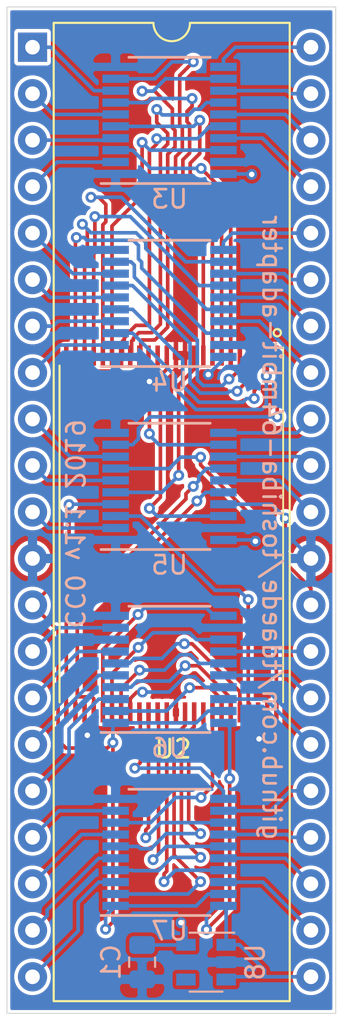
<source format=kicad_pcb>
(kicad_pcb (version 20171130) (host pcbnew "(5.1.9)-1")
  (layers (0 F.Cu signal) (31 B.Cu signal) (34 B.Paste user hide) (35 F.Paste user) (36 B.SilkS user hide) (37 F.SilkS user) (38 B.Mask user hide) (39 F.Mask user) (44 Edge.Cuts user))
  (net 0 "")
  (net 1 /A19)
  (net 2 /D11)
  (net 3 /A8)
  (net 4 /D3)
  (net 5 /A9)
  (net 6 /D10)
  (net 7 /A10)
  (net 8 /D2)
  (net 9 /A11)
  (net 10 /D9)
  (net 11 /A12)
  (net 12 /D1)
  (net 13 /A13)
  (net 14 /D8)
  (net 15 /A14)
  (net 16 /D0)
  (net 17 /A15)
  (net 18 /A21)
  (net 19 /A16)
  (net 20 GND)
  (net 21 /A20)
  (net 22 /E)
  (net 23 /A0)
  (net 24 /A1)
  (net 25 /D7)
  (net 26 /A2)
  (net 27 /D14)
  (net 28 /A3)
  (net 29 /D6)
  (net 30 /A4)
  (net 31 /D13)
  (net 32 /A5)
  (net 33 /D5)
  (net 34 /A6)
  (net 35 /D12)
  (net 36 /A7)
  (net 37 /D4)
  (net 38 /A17)
  (net 39 +5V)
  (net 40 /A18)
  (net 41 +3V3)
  (net 42 "Net-(U8-Pad4)")
  (net 43 /md11)
  (net 44 /md3)
  (net 45 /md4)
  (net 46 /md10)
  (net 47 /md12)
  (net 48 /md2)
  (net 49 /md5)
  (net 50 /md9)
  (net 51 /md13)
  (net 52 /md1)
  (net 53 /md6)
  (net 54 /md8)
  (net 55 /md14)
  (net 56 /md0)
  (net 57 /md7)
  (net 58 /me)
  (net 59 /ma0)
  (net 60 /ma16)
  (net 61 /ma1)
  (net 62 /ma15)
  (net 63 /ma2)
  (net 64 /ma14)
  (net 65 /ma3)
  (net 66 /ma13)
  (net 67 /ma4)
  (net 68 /ma12)
  (net 69 /ma5)
  (net 70 /ma11)
  (net 71 /ma6)
  (net 72 /ma10)
  (net 73 /ma7)
  (net 74 /ma9)
  (net 75 /ma17)
  (net 76 /ma8)
  (net 77 /ma18)
  (net 78 /ma19)
  (net 79 /ma21)
  (net 80 /ma20)
  (net 81 "Net-(U2-Pad15)")
  (net 82 /A-1)
  (net 83 /ma-1)
  (module Package_SO:TSOP-I-48_18.4x12mm_P0.5mm (layer F.Cu) (at 118.6 87.6 270)
    (fp_text reference U2 (at 11.75 -0.1) (layer F.SilkS))
    (fp_text value S29*L)
    (pad 48 smd rect (at 9.75 -5.75 270) (size 1.1 0.25) (layers F.Cu F.Paste F.Mask) (net 60 /ma16))
    (pad 47 smd rect (at 9.75 -5.25 270) (size 1.1 0.25) (layers F.Cu F.Paste F.Mask) (net 20 GND))
    (pad 46 smd rect (at 9.75 -4.75 270) (size 1.1 0.25) (layers F.Cu F.Paste F.Mask) (net 20 GND))
    (pad 45 smd rect (at 9.75 -4.25 270) (size 1.1 0.25) (layers F.Cu F.Paste F.Mask) (net 83 /ma-1))
    (pad 44 smd rect (at 9.75 -3.75 270) (size 1.1 0.25) (layers F.Cu F.Paste F.Mask) (net 57 /md7))
    (pad 43 smd rect (at 9.75 -3.25 270) (size 1.1 0.25) (layers F.Cu F.Paste F.Mask) (net 55 /md14))
    (pad 42 smd rect (at 9.75 -2.75 270) (size 1.1 0.25) (layers F.Cu F.Paste F.Mask) (net 53 /md6))
    (pad 41 smd rect (at 9.75 -2.25 270) (size 1.1 0.25) (layers F.Cu F.Paste F.Mask) (net 51 /md13))
    (pad 40 smd rect (at 9.75 -1.75 270) (size 1.1 0.25) (layers F.Cu F.Paste F.Mask) (net 49 /md5))
    (pad 39 smd rect (at 9.75 -1.25 270) (size 1.1 0.25) (layers F.Cu F.Paste F.Mask) (net 47 /md12))
    (pad 38 smd rect (at 9.75 -0.75 270) (size 1.1 0.25) (layers F.Cu F.Paste F.Mask) (net 45 /md4))
    (pad 37 smd rect (at 9.75 -0.25 270) (size 1.1 0.25) (layers F.Cu F.Paste F.Mask) (net 41 +3V3))
    (pad 36 smd rect (at 9.75 0.25 270) (size 1.1 0.25) (layers F.Cu F.Paste F.Mask) (net 43 /md11))
    (pad 35 smd rect (at 9.75 0.75 270) (size 1.1 0.25) (layers F.Cu F.Paste F.Mask) (net 44 /md3))
    (pad 34 smd rect (at 9.75 1.25 270) (size 1.1 0.25) (layers F.Cu F.Paste F.Mask) (net 46 /md10))
    (pad 33 smd rect (at 9.75 1.75 270) (size 1.1 0.25) (layers F.Cu F.Paste F.Mask) (net 48 /md2))
    (pad 32 smd rect (at 9.75 2.25 270) (size 1.1 0.25) (layers F.Cu F.Paste F.Mask) (net 50 /md9))
    (pad 31 smd rect (at 9.75 2.75 270) (size 1.1 0.25) (layers F.Cu F.Paste F.Mask) (net 52 /md1))
    (pad 30 smd rect (at 9.75 3.25 270) (size 1.1 0.25) (layers F.Cu F.Paste F.Mask) (net 54 /md8))
    (pad 29 smd rect (at 9.75 3.75 270) (size 1.1 0.25) (layers F.Cu F.Paste F.Mask) (net 56 /md0))
    (pad 28 smd rect (at 9.75 4.25 270) (size 1.1 0.25) (layers F.Cu F.Paste F.Mask) (net 58 /me))
    (pad 27 smd rect (at 9.75 4.75 270) (size 1.1 0.25) (layers F.Cu F.Paste F.Mask) (net 20 GND))
    (pad 26 smd rect (at 9.75 5.25 270) (size 1.1 0.25) (layers F.Cu F.Paste F.Mask) (net 58 /me))
    (pad 24 smd rect (at -9.75 5.75 270) (size 1.1 0.25) (layers F.Cu F.Paste F.Mask) (net 61 /ma1))
    (pad 23 smd rect (at -9.75 5.25 270) (size 1.1 0.25) (layers F.Cu F.Paste F.Mask) (net 63 /ma2))
    (pad 22 smd rect (at -9.75 4.75 270) (size 1.1 0.25) (layers F.Cu F.Paste F.Mask) (net 65 /ma3))
    (pad 21 smd rect (at -9.75 4.25 270) (size 1.1 0.25) (layers F.Cu F.Paste F.Mask) (net 67 /ma4))
    (pad 20 smd rect (at -9.75 3.75 270) (size 1.1 0.25) (layers F.Cu F.Paste F.Mask) (net 69 /ma5))
    (pad 19 smd rect (at -9.75 3.25 270) (size 1.1 0.25) (layers F.Cu F.Paste F.Mask) (net 71 /ma6))
    (pad 18 smd rect (at -9.75 2.75 270) (size 1.1 0.25) (layers F.Cu F.Paste F.Mask) (net 73 /ma7))
    (pad 17 smd rect (at -9.75 2.25 270) (size 1.1 0.25) (layers F.Cu F.Paste F.Mask) (net 75 /ma17))
    (pad 16 smd rect (at -9.75 1.75 270) (size 1.1 0.25) (layers F.Cu F.Paste F.Mask) (net 77 /ma18))
    (pad 15 smd rect (at -9.75 1.25 270) (size 1.1 0.25) (layers F.Cu F.Paste F.Mask) (net 81 "Net-(U2-Pad15)"))
    (pad 14 smd rect (at -9.75 0.75 270) (size 1.1 0.25) (layers F.Cu F.Paste F.Mask) (net 20 GND))
    (pad 13 smd rect (at -9.75 0.25 270) (size 1.1 0.25) (layers F.Cu F.Paste F.Mask) (net 79 /ma21))
    (pad 12 smd rect (at -9.75 -0.25 270) (size 1.1 0.25) (layers F.Cu F.Paste F.Mask) (net 41 +3V3))
    (pad 11 smd rect (at -9.75 -0.75 270) (size 1.1 0.25) (layers F.Cu F.Paste F.Mask) (net 41 +3V3))
    (pad 10 smd rect (at -9.75 -1.25 270) (size 1.1 0.25) (layers F.Cu F.Paste F.Mask) (net 80 /ma20))
    (pad 9 smd rect (at -9.75 -1.75 270) (size 1.1 0.25) (layers F.Cu F.Paste F.Mask) (net 78 /ma19))
    (pad 8 smd rect (at -9.75 -2.25 270) (size 1.1 0.25) (layers F.Cu F.Paste F.Mask) (net 76 /ma8))
    (pad 7 smd rect (at -9.75 -2.75 270) (size 1.1 0.25) (layers F.Cu F.Paste F.Mask) (net 74 /ma9))
    (pad 6 smd rect (at -9.75 -3.25 270) (size 1.1 0.25) (layers F.Cu F.Paste F.Mask) (net 72 /ma10))
    (pad 5 smd rect (at -9.75 -3.75 270) (size 1.1 0.25) (layers F.Cu F.Paste F.Mask) (net 70 /ma11))
    (pad 4 smd rect (at -9.75 -4.25 270) (size 1.1 0.25) (layers F.Cu F.Paste F.Mask) (net 68 /ma12))
    (pad 3 smd rect (at -9.75 -4.75 270) (size 1.1 0.25) (layers F.Cu F.Paste F.Mask) (net 66 /ma13))
    (pad 2 smd rect (at -9.75 -5.25 270) (size 1.1 0.25) (layers F.Cu F.Paste F.Mask) (net 64 /ma14))
    (pad 25 smd rect (at 9.75 5.75 270) (size 1.1 0.25) (layers F.Cu F.Paste F.Mask) (net 59 /ma0))
    (pad 1 smd rect (at -9.75 -5.75 270) (size 1.1 0.25) (layers F.Cu F.Paste F.Mask) (net 62 /ma15))
  )
  (module Capacitor_SMD:C_0805_2012Metric (layer B.Cu) (at 117 111 90)
    (fp_text reference C1 (at 0 -1.7 90) (layer B.SilkS) (effects (justify mirror)))
    (fp_text value 0.1uF)
    (pad 2 smd roundrect (at 0.9375 0 90) (size 0.975 1.4) (layers B.Cu B.Paste B.Mask) (net 41 +3V3))
    (pad 1 smd roundrect (at -0.9375 0 90) (size 0.975 1.4) (layers B.Cu B.Paste B.Mask) (net 20 GND))
  )
  (module Package_TO_SOT_SMD:SOT-23-5 (layer B.Cu) (at 120.5 111 180)
    (fp_text reference U8 (at -2.7 0 270) (layer B.SilkS) (effects (justify mirror)))
    (fp_text value TPS73633DBV)
    (pad 5 smd rect (at 1.1 0.95 180) (size 1.06 0.65) (layers B.Cu B.Paste B.Mask) (net 41 +3V3))
    (pad 4 smd rect (at 1.1 -0.95 180) (size 1.06 0.65) (layers B.Cu B.Paste B.Mask) (net 42 "Net-(U8-Pad4)"))
    (pad 3 smd rect (at -1.1 -0.95 180) (size 1.06 0.65) (layers B.Cu B.Paste B.Mask) (net 39 +5V))
    (pad 2 smd rect (at -1.1 0 180) (size 1.06 0.65) (layers B.Cu B.Paste B.Mask) (net 20 GND))
    (pad 1 smd rect (at -1.1 0.95 180) (size 1.06 0.65) (layers B.Cu B.Paste B.Mask) (net 39 +5V))
  )
  (module Package_SO:TSSOP-20_4.4x6.5mm_P0.65mm (layer B.Cu) (at 118.5 105)
    (fp_text reference U7 (at 0 4.3) (layer B.SilkS) (effects (justify mirror)))
    (fp_text value 74HCT244)
    (pad 20 smd rect (at 2.95 2.925) (size 1.45 0.45) (layers B.Cu B.Paste B.Mask) (net 39 +5V))
    (pad 19 smd rect (at 2.95 2.275) (size 1.45 0.45) (layers B.Cu B.Paste B.Mask) (net 22 /E))
    (pad 18 smd rect (at 2.95 1.625) (size 1.45 0.45) (layers B.Cu B.Paste B.Mask) (net 37 /D4))
    (pad 17 smd rect (at 2.95 0.975) (size 1.45 0.45) (layers B.Cu B.Paste B.Mask) (net 43 /md11))
    (pad 16 smd rect (at 2.95 0.325) (size 1.45 0.45) (layers B.Cu B.Paste B.Mask) (net 35 /D12))
    (pad 15 smd rect (at 2.95 -0.325) (size 1.45 0.45) (layers B.Cu B.Paste B.Mask) (net 44 /md3))
    (pad 14 smd rect (at 2.95 -0.975) (size 1.45 0.45) (layers B.Cu B.Paste B.Mask) (net 33 /D5))
    (pad 13 smd rect (at 2.95 -1.625) (size 1.45 0.45) (layers B.Cu B.Paste B.Mask) (net 46 /md10))
    (pad 12 smd rect (at 2.95 -2.275) (size 1.45 0.45) (layers B.Cu B.Paste B.Mask) (net 31 /D13))
    (pad 11 smd rect (at 2.95 -2.925) (size 1.45 0.45) (layers B.Cu B.Paste B.Mask) (net 48 /md2))
    (pad 10 smd rect (at -2.95 -2.925) (size 1.45 0.45) (layers B.Cu B.Paste B.Mask) (net 20 GND))
    (pad 9 smd rect (at -2.95 -2.275) (size 1.45 0.45) (layers B.Cu B.Paste B.Mask) (net 8 /D2))
    (pad 8 smd rect (at -2.95 -1.625) (size 1.45 0.45) (layers B.Cu B.Paste B.Mask) (net 51 /md13))
    (pad 7 smd rect (at -2.95 -0.975) (size 1.45 0.45) (layers B.Cu B.Paste B.Mask) (net 6 /D10))
    (pad 6 smd rect (at -2.95 -0.325) (size 1.45 0.45) (layers B.Cu B.Paste B.Mask) (net 49 /md5))
    (pad 5 smd rect (at -2.95 0.325) (size 1.45 0.45) (layers B.Cu B.Paste B.Mask) (net 4 /D3))
    (pad 4 smd rect (at -2.95 0.975) (size 1.45 0.45) (layers B.Cu B.Paste B.Mask) (net 47 /md12))
    (pad 3 smd rect (at -2.95 1.625) (size 1.45 0.45) (layers B.Cu B.Paste B.Mask) (net 2 /D11))
    (pad 2 smd rect (at -2.95 2.275) (size 1.45 0.45) (layers B.Cu B.Paste B.Mask) (net 45 /md4))
    (pad 1 smd rect (at -2.95 2.925) (size 1.45 0.45) (layers B.Cu B.Paste B.Mask) (net 22 /E))
  )
  (module Package_SO:TSSOP-20_4.4x6.5mm_P0.65mm (layer B.Cu) (at 118.5 95)
    (fp_text reference U6 (at 0 4.3) (layer B.SilkS) (effects (justify mirror)))
    (fp_text value 74HCT244)
    (pad 20 smd rect (at 2.95 2.925) (size 1.45 0.45) (layers B.Cu B.Paste B.Mask) (net 39 +5V))
    (pad 19 smd rect (at 2.95 2.275) (size 1.45 0.45) (layers B.Cu B.Paste B.Mask) (net 22 /E))
    (pad 18 smd rect (at 2.95 1.625) (size 1.45 0.45) (layers B.Cu B.Paste B.Mask) (net 29 /D6))
    (pad 17 smd rect (at 2.95 0.975) (size 1.45 0.45) (layers B.Cu B.Paste B.Mask) (net 50 /md9))
    (pad 16 smd rect (at 2.95 0.325) (size 1.45 0.45) (layers B.Cu B.Paste B.Mask) (net 27 /D14))
    (pad 15 smd rect (at 2.95 -0.325) (size 1.45 0.45) (layers B.Cu B.Paste B.Mask) (net 52 /md1))
    (pad 14 smd rect (at 2.95 -0.975) (size 1.45 0.45) (layers B.Cu B.Paste B.Mask) (net 25 /D7))
    (pad 13 smd rect (at 2.95 -1.625) (size 1.45 0.45) (layers B.Cu B.Paste B.Mask) (net 54 /md8))
    (pad 12 smd rect (at 2.95 -2.275) (size 1.45 0.45) (layers B.Cu B.Paste B.Mask) (net 20 GND))
    (pad 11 smd rect (at 2.95 -2.925) (size 1.45 0.45) (layers B.Cu B.Paste B.Mask) (net 56 /md0))
    (pad 10 smd rect (at -2.95 -2.925) (size 1.45 0.45) (layers B.Cu B.Paste B.Mask) (net 20 GND))
    (pad 9 smd rect (at -2.95 -2.275) (size 1.45 0.45) (layers B.Cu B.Paste B.Mask) (net 16 /D0))
    (pad 8 smd rect (at -2.95 -1.625) (size 1.45 0.45) (layers B.Cu B.Paste B.Mask) (net 20 GND))
    (pad 7 smd rect (at -2.95 -0.975) (size 1.45 0.45) (layers B.Cu B.Paste B.Mask) (net 14 /D8))
    (pad 6 smd rect (at -2.95 -0.325) (size 1.45 0.45) (layers B.Cu B.Paste B.Mask) (net 57 /md7))
    (pad 5 smd rect (at -2.95 0.325) (size 1.45 0.45) (layers B.Cu B.Paste B.Mask) (net 12 /D1))
    (pad 4 smd rect (at -2.95 0.975) (size 1.45 0.45) (layers B.Cu B.Paste B.Mask) (net 55 /md14))
    (pad 3 smd rect (at -2.95 1.625) (size 1.45 0.45) (layers B.Cu B.Paste B.Mask) (net 10 /D9))
    (pad 2 smd rect (at -2.95 2.275) (size 1.45 0.45) (layers B.Cu B.Paste B.Mask) (net 53 /md6))
    (pad 1 smd rect (at -2.95 2.925) (size 1.45 0.45) (layers B.Cu B.Paste B.Mask) (net 22 /E))
  )
  (module Package_SO:TSSOP-20_4.4x6.5mm_P0.65mm (layer B.Cu) (at 118.5 85)
    (fp_text reference U5 (at 0 4.3) (layer B.SilkS) (effects (justify mirror)))
    (fp_text value 74LVC244APW,118)
    (pad 20 smd rect (at 2.95 2.925) (size 1.45 0.45) (layers B.Cu B.Paste B.Mask) (net 41 +3V3))
    (pad 19 smd rect (at 2.95 2.275) (size 1.45 0.45) (layers B.Cu B.Paste B.Mask) (net 20 GND))
    (pad 18 smd rect (at 2.95 1.625) (size 1.45 0.45) (layers B.Cu B.Paste B.Mask) (net 79 /ma21))
    (pad 17 smd rect (at 2.95 0.975) (size 1.45 0.45) (layers B.Cu B.Paste B.Mask) (net 82 /A-1))
    (pad 16 smd rect (at 2.95 0.325) (size 1.45 0.45) (layers B.Cu B.Paste B.Mask) (net 58 /me))
    (pad 15 smd rect (at 2.95 -0.325) (size 1.45 0.45) (layers B.Cu B.Paste B.Mask) (net 21 /A20))
    (pad 14 smd rect (at 2.95 -0.975) (size 1.45 0.45) (layers B.Cu B.Paste B.Mask) (net 59 /ma0))
    (pad 13 smd rect (at 2.95 -1.625) (size 1.45 0.45) (layers B.Cu B.Paste B.Mask) (net 19 /A16))
    (pad 12 smd rect (at 2.95 -2.275) (size 1.45 0.45) (layers B.Cu B.Paste B.Mask) (net 61 /ma1))
    (pad 11 smd rect (at 2.95 -2.925) (size 1.45 0.45) (layers B.Cu B.Paste B.Mask) (net 17 /A15))
    (pad 10 smd rect (at -2.95 -2.925) (size 1.45 0.45) (layers B.Cu B.Paste B.Mask) (net 20 GND))
    (pad 9 smd rect (at -2.95 -2.275) (size 1.45 0.45) (layers B.Cu B.Paste B.Mask) (net 62 /ma15))
    (pad 8 smd rect (at -2.95 -1.625) (size 1.45 0.45) (layers B.Cu B.Paste B.Mask) (net 24 /A1))
    (pad 7 smd rect (at -2.95 -0.975) (size 1.45 0.45) (layers B.Cu B.Paste B.Mask) (net 60 /ma16))
    (pad 6 smd rect (at -2.95 -0.325) (size 1.45 0.45) (layers B.Cu B.Paste B.Mask) (net 23 /A0))
    (pad 5 smd rect (at -2.95 0.325) (size 1.45 0.45) (layers B.Cu B.Paste B.Mask) (net 80 /ma20))
    (pad 4 smd rect (at -2.95 0.975) (size 1.45 0.45) (layers B.Cu B.Paste B.Mask) (net 22 /E))
    (pad 3 smd rect (at -2.95 1.625) (size 1.45 0.45) (layers B.Cu B.Paste B.Mask) (net 83 /ma-1))
    (pad 2 smd rect (at -2.95 2.275) (size 1.45 0.45) (layers B.Cu B.Paste B.Mask) (net 18 /A21))
    (pad 1 smd rect (at -2.95 2.925) (size 1.45 0.45) (layers B.Cu B.Paste B.Mask) (net 20 GND))
  )
  (module Package_SO:TSSOP-20_4.4x6.5mm_P0.65mm (layer B.Cu) (at 118.5 75)
    (fp_text reference U4 (at 0 4.3) (layer B.SilkS) (effects (justify mirror)))
    (fp_text value 74LVC244APW,118)
    (pad 20 smd rect (at 2.95 2.925) (size 1.45 0.45) (layers B.Cu B.Paste B.Mask) (net 41 +3V3))
    (pad 19 smd rect (at 2.95 2.275) (size 1.45 0.45) (layers B.Cu B.Paste B.Mask) (net 20 GND))
    (pad 18 smd rect (at 2.95 1.625) (size 1.45 0.45) (layers B.Cu B.Paste B.Mask) (net 63 /ma2))
    (pad 17 smd rect (at 2.95 0.975) (size 1.45 0.45) (layers B.Cu B.Paste B.Mask) (net 15 /A14))
    (pad 16 smd rect (at 2.95 0.325) (size 1.45 0.45) (layers B.Cu B.Paste B.Mask) (net 65 /ma3))
    (pad 15 smd rect (at 2.95 -0.325) (size 1.45 0.45) (layers B.Cu B.Paste B.Mask) (net 13 /A13))
    (pad 14 smd rect (at 2.95 -0.975) (size 1.45 0.45) (layers B.Cu B.Paste B.Mask) (net 67 /ma4))
    (pad 13 smd rect (at 2.95 -1.625) (size 1.45 0.45) (layers B.Cu B.Paste B.Mask) (net 11 /A12))
    (pad 12 smd rect (at 2.95 -2.275) (size 1.45 0.45) (layers B.Cu B.Paste B.Mask) (net 69 /ma5))
    (pad 11 smd rect (at 2.95 -2.925) (size 1.45 0.45) (layers B.Cu B.Paste B.Mask) (net 9 /A11))
    (pad 10 smd rect (at -2.95 -2.925) (size 1.45 0.45) (layers B.Cu B.Paste B.Mask) (net 20 GND))
    (pad 9 smd rect (at -2.95 -2.275) (size 1.45 0.45) (layers B.Cu B.Paste B.Mask) (net 70 /ma11))
    (pad 8 smd rect (at -2.95 -1.625) (size 1.45 0.45) (layers B.Cu B.Paste B.Mask) (net 32 /A5))
    (pad 7 smd rect (at -2.95 -0.975) (size 1.45 0.45) (layers B.Cu B.Paste B.Mask) (net 68 /ma12))
    (pad 6 smd rect (at -2.95 -0.325) (size 1.45 0.45) (layers B.Cu B.Paste B.Mask) (net 30 /A4))
    (pad 5 smd rect (at -2.95 0.325) (size 1.45 0.45) (layers B.Cu B.Paste B.Mask) (net 66 /ma13))
    (pad 4 smd rect (at -2.95 0.975) (size 1.45 0.45) (layers B.Cu B.Paste B.Mask) (net 28 /A3))
    (pad 3 smd rect (at -2.95 1.625) (size 1.45 0.45) (layers B.Cu B.Paste B.Mask) (net 64 /ma14))
    (pad 2 smd rect (at -2.95 2.275) (size 1.45 0.45) (layers B.Cu B.Paste B.Mask) (net 26 /A2))
    (pad 1 smd rect (at -2.95 2.925) (size 1.45 0.45) (layers B.Cu B.Paste B.Mask) (net 20 GND))
  )
  (module Package_SO:TSSOP-20_4.4x6.5mm_P0.65mm (layer B.Cu) (at 118.5 65)
    (fp_text reference U3 (at 0 4.3) (layer B.SilkS) (effects (justify mirror)))
    (fp_text value 74LVC244APW,118)
    (pad 20 smd rect (at 2.95 2.925) (size 1.45 0.45) (layers B.Cu B.Paste B.Mask) (net 41 +3V3))
    (pad 19 smd rect (at 2.95 2.275) (size 1.45 0.45) (layers B.Cu B.Paste B.Mask) (net 20 GND))
    (pad 18 smd rect (at 2.95 1.625) (size 1.45 0.45) (layers B.Cu B.Paste B.Mask) (net 71 /ma6))
    (pad 17 smd rect (at 2.95 0.975) (size 1.45 0.45) (layers B.Cu B.Paste B.Mask) (net 7 /A10))
    (pad 16 smd rect (at 2.95 0.325) (size 1.45 0.45) (layers B.Cu B.Paste B.Mask) (net 73 /ma7))
    (pad 15 smd rect (at 2.95 -0.325) (size 1.45 0.45) (layers B.Cu B.Paste B.Mask) (net 5 /A9))
    (pad 14 smd rect (at 2.95 -0.975) (size 1.45 0.45) (layers B.Cu B.Paste B.Mask) (net 75 /ma17))
    (pad 13 smd rect (at 2.95 -1.625) (size 1.45 0.45) (layers B.Cu B.Paste B.Mask) (net 3 /A8))
    (pad 12 smd rect (at 2.95 -2.275) (size 1.45 0.45) (layers B.Cu B.Paste B.Mask) (net 77 /ma18))
    (pad 11 smd rect (at 2.95 -2.925) (size 1.45 0.45) (layers B.Cu B.Paste B.Mask) (net 1 /A19))
    (pad 10 smd rect (at -2.95 -2.925) (size 1.45 0.45) (layers B.Cu B.Paste B.Mask) (net 20 GND))
    (pad 9 smd rect (at -2.95 -2.275) (size 1.45 0.45) (layers B.Cu B.Paste B.Mask) (net 78 /ma19))
    (pad 8 smd rect (at -2.95 -1.625) (size 1.45 0.45) (layers B.Cu B.Paste B.Mask) (net 40 /A18))
    (pad 7 smd rect (at -2.95 -0.975) (size 1.45 0.45) (layers B.Cu B.Paste B.Mask) (net 76 /ma8))
    (pad 6 smd rect (at -2.95 -0.325) (size 1.45 0.45) (layers B.Cu B.Paste B.Mask) (net 38 /A17))
    (pad 5 smd rect (at -2.95 0.325) (size 1.45 0.45) (layers B.Cu B.Paste B.Mask) (net 74 /ma9))
    (pad 4 smd rect (at -2.95 0.975) (size 1.45 0.45) (layers B.Cu B.Paste B.Mask) (net 36 /A7))
    (pad 3 smd rect (at -2.95 1.625) (size 1.45 0.45) (layers B.Cu B.Paste B.Mask) (net 72 /ma10))
    (pad 2 smd rect (at -2.95 2.275) (size 1.45 0.45) (layers B.Cu B.Paste B.Mask) (net 34 /A6))
    (pad 1 smd rect (at -2.95 2.925) (size 1.45 0.45) (layers B.Cu B.Paste B.Mask) (net 20 GND))
  )
  (module Package_DIP:DIP-42_W15.24mm (layer F.Cu) (at 111 61)
    (fp_text reference U1 hide)
    (fp_text value TC5364205)
    (pad 42 thru_hole oval (at 15.24 0) (size 1.6 1.6) (drill 0.8) (layers *.Cu *.Mask) (net 1 /A19))
    (pad 21 thru_hole oval (at 0 50.8) (size 1.6 1.6) (drill 0.8) (layers *.Cu *.Mask) (net 2 /D11))
    (pad 41 thru_hole oval (at 15.24 2.54) (size 1.6 1.6) (drill 0.8) (layers *.Cu *.Mask) (net 3 /A8))
    (pad 20 thru_hole oval (at 0 48.26) (size 1.6 1.6) (drill 0.8) (layers *.Cu *.Mask) (net 4 /D3))
    (pad 40 thru_hole oval (at 15.24 5.08) (size 1.6 1.6) (drill 0.8) (layers *.Cu *.Mask) (net 5 /A9))
    (pad 19 thru_hole oval (at 0 45.72) (size 1.6 1.6) (drill 0.8) (layers *.Cu *.Mask) (net 6 /D10))
    (pad 39 thru_hole oval (at 15.24 7.62) (size 1.6 1.6) (drill 0.8) (layers *.Cu *.Mask) (net 7 /A10))
    (pad 18 thru_hole oval (at 0 43.18) (size 1.6 1.6) (drill 0.8) (layers *.Cu *.Mask) (net 8 /D2))
    (pad 38 thru_hole oval (at 15.24 10.16) (size 1.6 1.6) (drill 0.8) (layers *.Cu *.Mask) (net 9 /A11))
    (pad 17 thru_hole oval (at 0 40.64) (size 1.6 1.6) (drill 0.8) (layers *.Cu *.Mask) (net 10 /D9))
    (pad 37 thru_hole oval (at 15.24 12.7) (size 1.6 1.6) (drill 0.8) (layers *.Cu *.Mask) (net 11 /A12))
    (pad 16 thru_hole oval (at 0 38.1) (size 1.6 1.6) (drill 0.8) (layers *.Cu *.Mask) (net 12 /D1))
    (pad 36 thru_hole oval (at 15.24 15.24) (size 1.6 1.6) (drill 0.8) (layers *.Cu *.Mask) (net 13 /A13))
    (pad 15 thru_hole oval (at 0 35.56) (size 1.6 1.6) (drill 0.8) (layers *.Cu *.Mask) (net 14 /D8))
    (pad 35 thru_hole oval (at 15.24 17.78) (size 1.6 1.6) (drill 0.8) (layers *.Cu *.Mask) (net 15 /A14))
    (pad 14 thru_hole oval (at 0 33.02) (size 1.6 1.6) (drill 0.8) (layers *.Cu *.Mask) (net 16 /D0))
    (pad 34 thru_hole oval (at 15.24 20.32) (size 1.6 1.6) (drill 0.8) (layers *.Cu *.Mask) (net 17 /A15))
    (pad 13 thru_hole oval (at 0 30.48) (size 1.6 1.6) (drill 0.8) (layers *.Cu *.Mask) (net 22 /E))
    (pad 33 thru_hole oval (at 15.24 22.86) (size 1.6 1.6) (drill 0.8) (layers *.Cu *.Mask) (net 19 /A16))
    (pad 12 thru_hole oval (at 0 27.94) (size 1.6 1.6) (drill 0.8) (layers *.Cu *.Mask) (net 20 GND))
    (pad 32 thru_hole oval (at 15.24 25.4) (size 1.6 1.6) (drill 0.8) (layers *.Cu *.Mask) (net 21 /A20))
    (pad 11 thru_hole oval (at 0 25.4) (size 1.6 1.6) (drill 0.8) (layers *.Cu *.Mask) (net 18 /A21))
    (pad 31 thru_hole oval (at 15.24 27.94) (size 1.6 1.6) (drill 0.8) (layers *.Cu *.Mask) (net 20 GND))
    (pad 10 thru_hole oval (at 0 22.86) (size 1.6 1.6) (drill 0.8) (layers *.Cu *.Mask) (net 23 /A0))
    (pad 30 thru_hole oval (at 15.24 30.48) (size 1.6 1.6) (drill 0.8) (layers *.Cu *.Mask) (net 82 /A-1))
    (pad 9 thru_hole oval (at 0 20.32) (size 1.6 1.6) (drill 0.8) (layers *.Cu *.Mask) (net 24 /A1))
    (pad 29 thru_hole oval (at 15.24 33.02) (size 1.6 1.6) (drill 0.8) (layers *.Cu *.Mask) (net 25 /D7))
    (pad 8 thru_hole oval (at 0 17.78) (size 1.6 1.6) (drill 0.8) (layers *.Cu *.Mask) (net 26 /A2))
    (pad 28 thru_hole oval (at 15.24 35.56) (size 1.6 1.6) (drill 0.8) (layers *.Cu *.Mask) (net 27 /D14))
    (pad 7 thru_hole oval (at 0 15.24) (size 1.6 1.6) (drill 0.8) (layers *.Cu *.Mask) (net 28 /A3))
    (pad 27 thru_hole oval (at 15.24 38.1) (size 1.6 1.6) (drill 0.8) (layers *.Cu *.Mask) (net 29 /D6))
    (pad 6 thru_hole oval (at 0 12.7) (size 1.6 1.6) (drill 0.8) (layers *.Cu *.Mask) (net 30 /A4))
    (pad 26 thru_hole oval (at 15.24 40.64) (size 1.6 1.6) (drill 0.8) (layers *.Cu *.Mask) (net 31 /D13))
    (pad 5 thru_hole oval (at 0 10.16) (size 1.6 1.6) (drill 0.8) (layers *.Cu *.Mask) (net 32 /A5))
    (pad 25 thru_hole oval (at 15.24 43.18) (size 1.6 1.6) (drill 0.8) (layers *.Cu *.Mask) (net 33 /D5))
    (pad 4 thru_hole oval (at 0 7.62) (size 1.6 1.6) (drill 0.8) (layers *.Cu *.Mask) (net 34 /A6))
    (pad 24 thru_hole oval (at 15.24 45.72) (size 1.6 1.6) (drill 0.8) (layers *.Cu *.Mask) (net 35 /D12))
    (pad 3 thru_hole oval (at 0 5.08) (size 1.6 1.6) (drill 0.8) (layers *.Cu *.Mask) (net 36 /A7))
    (pad 23 thru_hole oval (at 15.24 48.26) (size 1.6 1.6) (drill 0.8) (layers *.Cu *.Mask) (net 37 /D4))
    (pad 2 thru_hole oval (at 0 2.54) (size 1.6 1.6) (drill 0.8) (layers *.Cu *.Mask) (net 38 /A17))
    (pad 22 thru_hole oval (at 15.24 50.8) (size 1.6 1.6) (drill 0.8) (layers *.Cu *.Mask) (net 39 +5V))
    (pad 1 thru_hole rect (at 0 0) (size 1.6 1.6) (drill 0.8) (layers *.Cu *.Mask) (net 40 /A18))
  )
  (gr_circle (center 124.4 76.6) (end 124.6 76.6) (layer F.SilkS) (width 0.12))
  (gr_text "CC0 v1.1 2019" (at 113.3 87.05 270) (layer B.SilkS) (effects (font (size 1 1)) (justify mirror)))
  (gr_text github.com/tdaede/toshiba-64mbit-adapter (at 124.1 87.25 270) (layer B.SilkS) (effects (font (size 1 1)) (justify mirror)))
  (gr_line (start 109.6 113.8) (end 109.6 58.8) (layer Edge.Cuts) (width 0.05))
  (gr_line (start 127.6 113.8) (end 109.6 113.8) (layer Edge.Cuts) (width 0.05))
  (gr_line (start 127.6 58.8) (end 127.6 113.8) (layer Edge.Cuts) (width 0.05))
  (gr_line (start 109.6 58.8) (end 127.6 58.8) (layer Edge.Cuts) (width 0.05))
  (segment (start 122.1 61) (end 121.45 61.65) (width 0.2) (layer B.Cu) (net 1))
  (segment (start 121.45 61.65) (end 121.45 62.075) (width 0.2) (layer B.Cu) (net 1))
  (segment (start 126.24 61) (end 122.1 61) (width 0.2) (layer B.Cu) (net 1))
  (segment (start 111 111.8) (end 113.5 109.3) (width 0.2) (layer B.Cu) (net 2))
  (segment (start 114.625 106.625) (end 115.55 106.625) (width 0.2) (layer B.Cu) (net 2))
  (segment (start 113.5 107.75) (end 114.625 106.625) (width 0.2) (layer B.Cu) (net 2))
  (segment (start 113.5 109.3) (end 113.5 107.75) (width 0.2) (layer B.Cu) (net 2))
  (segment (start 122.375 63.375) (end 121.45 63.375) (width 0.2) (layer B.Cu) (net 3))
  (segment (start 124.94363 63.375) (end 122.375 63.375) (width 0.2) (layer B.Cu) (net 3))
  (segment (start 125.10863 63.54) (end 124.94363 63.375) (width 0.2) (layer B.Cu) (net 3))
  (segment (start 126.24 63.54) (end 125.10863 63.54) (width 0.2) (layer B.Cu) (net 3))
  (segment (start 111.799999 108.150001) (end 114.625 105.325) (width 0.2) (layer B.Cu) (net 4))
  (segment (start 114.625 105.325) (end 115.55 105.325) (width 0.2) (layer B.Cu) (net 4))
  (segment (start 111.799999 108.460001) (end 111.799999 108.150001) (width 0.2) (layer B.Cu) (net 4))
  (segment (start 111 109.26) (end 111.799999 108.460001) (width 0.2) (layer B.Cu) (net 4))
  (segment (start 124.835 64.675) (end 121.45 64.675) (width 0.2) (layer B.Cu) (net 5))
  (segment (start 126.24 66.08) (end 124.835 64.675) (width 0.2) (layer B.Cu) (net 5))
  (segment (start 113.695 104.025) (end 115.55 104.025) (width 0.2) (layer B.Cu) (net 6))
  (segment (start 111 106.72) (end 113.695 104.025) (width 0.2) (layer B.Cu) (net 6))
  (segment (start 123.595 65.975) (end 121.45 65.975) (width 0.2) (layer B.Cu) (net 7))
  (segment (start 126.24 68.62) (end 123.595 65.975) (width 0.2) (layer B.Cu) (net 7))
  (segment (start 112.455 102.725) (end 115.55 102.725) (width 0.2) (layer B.Cu) (net 8))
  (segment (start 111 104.18) (end 112.455 102.725) (width 0.2) (layer B.Cu) (net 8))
  (segment (start 121.45 71.65) (end 121.45 72.075) (width 0.2) (layer B.Cu) (net 9))
  (segment (start 121.94 71.16) (end 121.45 71.65) (width 0.2) (layer B.Cu) (net 9))
  (segment (start 126.24 71.16) (end 121.94 71.16) (width 0.2) (layer B.Cu) (net 9))
  (segment (start 111 101.64) (end 113 99.64) (width 0.2) (layer B.Cu) (net 10))
  (segment (start 114.625 96.625) (end 115.55 96.625) (width 0.2) (layer B.Cu) (net 10))
  (segment (start 113 98.25) (end 114.625 96.625) (width 0.2) (layer B.Cu) (net 10))
  (segment (start 113 99.64) (end 113 98.25) (width 0.2) (layer B.Cu) (net 10))
  (segment (start 122.375 73.375) (end 121.45 73.375) (width 0.2) (layer B.Cu) (net 11))
  (segment (start 125.10863 73.7) (end 124.78363 73.375) (width 0.2) (layer B.Cu) (net 11))
  (segment (start 124.78363 73.375) (end 122.375 73.375) (width 0.2) (layer B.Cu) (net 11))
  (segment (start 126.24 73.7) (end 125.10863 73.7) (width 0.2) (layer B.Cu) (net 11))
  (segment (start 114.625 95.325) (end 115.55 95.325) (width 0.2) (layer B.Cu) (net 12))
  (segment (start 111 99.1) (end 111 98.95) (width 0.2) (layer B.Cu) (net 12))
  (segment (start 111 98.95) (end 114.625 95.325) (width 0.2) (layer B.Cu) (net 12))
  (segment (start 124.675 74.675) (end 121.45 74.675) (width 0.2) (layer B.Cu) (net 13))
  (segment (start 126.24 76.24) (end 124.675 74.675) (width 0.2) (layer B.Cu) (net 13))
  (segment (start 113.535 94.025) (end 115.55 94.025) (width 0.2) (layer B.Cu) (net 14))
  (segment (start 111 96.56) (end 113.535 94.025) (width 0.2) (layer B.Cu) (net 14))
  (segment (start 123.435 75.975) (end 121.45 75.975) (width 0.2) (layer B.Cu) (net 15))
  (segment (start 126.24 78.78) (end 123.435 75.975) (width 0.2) (layer B.Cu) (net 15))
  (segment (start 112.295 92.725) (end 115.55 92.725) (width 0.2) (layer B.Cu) (net 16))
  (segment (start 111 94.02) (end 112.295 92.725) (width 0.2) (layer B.Cu) (net 16))
  (segment (start 125.485 82.075) (end 126.24 81.32) (width 0.2) (layer B.Cu) (net 17))
  (segment (start 121.45 82.075) (end 125.485 82.075) (width 0.2) (layer B.Cu) (net 17))
  (segment (start 111.875 87.275) (end 115.55 87.275) (width 0.2) (layer B.Cu) (net 18))
  (segment (start 111 86.4) (end 111.875 87.275) (width 0.2) (layer B.Cu) (net 18))
  (segment (start 125.755 83.375) (end 126.24 83.86) (width 0.2) (layer B.Cu) (net 19))
  (segment (start 121.45 83.375) (end 125.755 83.375) (width 0.2) (layer B.Cu) (net 19))
  (segment (start 124.575 87.275) (end 126.24 88.94) (width 0.2) (layer B.Cu) (net 20))
  (segment (start 121.45 87.275) (end 124.575 87.275) (width 0.2) (layer B.Cu) (net 20))
  (segment (start 117.85 78.525726) (end 117.39999 78.975736) (width 0.2) (layer F.Cu) (net 20))
  (segment (start 117.39999 78.975736) (end 117.39999 79.267999) (width 0.2) (layer F.Cu) (net 20))
  (segment (start 117.85 77.85) (end 117.85 78.525726) (width 0.2) (layer F.Cu) (net 20))
  (via (at 117.39999 79.267999) (size 0.6) (drill 0.3) (layers F.Cu B.Cu) (net 20))
  (via (at 114 98.6) (size 0.6) (drill 0.3) (layers F.Cu B.Cu) (net 20))
  (segment (start 113.85 98.45) (end 114 98.6) (width 0.2) (layer F.Cu) (net 20))
  (segment (start 113.85 97.35) (end 113.85 98.45) (width 0.2) (layer F.Cu) (net 20))
  (via (at 123.4 98.8) (size 0.6) (drill 0.3) (layers F.Cu B.Cu) (net 20))
  (segment (start 123.35 98.75) (end 123.4 98.8) (width 0.2) (layer F.Cu) (net 20))
  (segment (start 123.85 97.704) (end 123.35 98.204) (width 0.2) (layer F.Cu) (net 20))
  (segment (start 123.85 97.35) (end 123.85 97.704) (width 0.2) (layer F.Cu) (net 20))
  (segment (start 123.35 98.204) (end 123.35 98.75) (width 0.2) (layer F.Cu) (net 20))
  (segment (start 123.35 97.35) (end 123.35 98.204) (width 0.2) (layer F.Cu) (net 20))
  (segment (start 124.515 84.675) (end 126.24 86.4) (width 0.2) (layer B.Cu) (net 21))
  (segment (start 121.45 84.675) (end 124.515 84.675) (width 0.2) (layer B.Cu) (net 21))
  (segment (start 120.609998 97.275) (end 121.45 97.275) (width 0.2) (layer B.Cu) (net 22))
  (segment (start 119.959998 97.925) (end 120.609998 97.275) (width 0.2) (layer B.Cu) (net 22))
  (segment (start 115.55 97.925) (end 119.959998 97.925) (width 0.2) (layer B.Cu) (net 22))
  (via (at 115.4 99) (size 0.6) (drill 0.3) (layers F.Cu B.Cu) (net 22))
  (segment (start 115.4 98.075) (end 115.55 97.925) (width 0.2) (layer B.Cu) (net 22))
  (segment (start 115.4 99) (end 115.4 98.075) (width 0.2) (layer B.Cu) (net 22))
  (segment (start 119.959998 107.925) (end 120.609998 107.275) (width 0.2) (layer B.Cu) (net 22))
  (segment (start 120.609998 107.275) (end 121.45 107.275) (width 0.2) (layer B.Cu) (net 22))
  (segment (start 115.55 107.925) (end 119.959998 107.925) (width 0.2) (layer B.Cu) (net 22))
  (via (at 115 109.2) (size 0.6) (drill 0.3) (layers F.Cu B.Cu) (net 22))
  (segment (start 115.4 99) (end 115.4 108.8) (width 0.2) (layer F.Cu) (net 22))
  (segment (start 115.4 108.8) (end 115 109.2) (width 0.2) (layer F.Cu) (net 22))
  (segment (start 115 108.475) (end 115.55 107.925) (width 0.2) (layer B.Cu) (net 22))
  (segment (start 115 109.2) (end 115 108.475) (width 0.2) (layer B.Cu) (net 22))
  (via (at 113 86) (size 0.6) (drill 0.3) (layers F.Cu B.Cu) (net 22))
  (segment (start 115.55 85.975) (end 113.025 85.975) (width 0.2) (layer B.Cu) (net 22))
  (segment (start 113.025 85.975) (end 113 86) (width 0.2) (layer B.Cu) (net 22))
  (segment (start 113 89.48) (end 111 91.48) (width 0.2) (layer F.Cu) (net 22))
  (segment (start 113 86) (end 113 89.48) (width 0.2) (layer F.Cu) (net 22))
  (segment (start 112.4 92.88) (end 111.799999 92.279999) (width 0.2) (layer F.Cu) (net 22))
  (segment (start 112.4 98.871998) (end 112.4 92.88) (width 0.2) (layer F.Cu) (net 22))
  (segment (start 112.828001 99.299999) (end 112.4 98.871998) (width 0.2) (layer F.Cu) (net 22))
  (segment (start 115.4 99) (end 115.100001 99.299999) (width 0.2) (layer F.Cu) (net 22))
  (segment (start 111.799999 92.279999) (end 111 91.48) (width 0.2) (layer F.Cu) (net 22))
  (segment (start 115.100001 99.299999) (end 112.828001 99.299999) (width 0.2) (layer F.Cu) (net 22))
  (segment (start 111.815 84.675) (end 115.55 84.675) (width 0.2) (layer B.Cu) (net 23))
  (segment (start 111 83.86) (end 111.815 84.675) (width 0.2) (layer B.Cu) (net 23))
  (segment (start 113.055 83.375) (end 115.55 83.375) (width 0.2) (layer B.Cu) (net 24))
  (segment (start 111 81.32) (end 113.055 83.375) (width 0.2) (layer B.Cu) (net 24))
  (segment (start 121.455 94.02) (end 121.45 94.025) (width 0.2) (layer B.Cu) (net 25))
  (segment (start 126.24 94.02) (end 121.455 94.02) (width 0.2) (layer B.Cu) (net 25))
  (segment (start 112.505 77.275) (end 115.55 77.275) (width 0.2) (layer B.Cu) (net 26))
  (segment (start 111 78.78) (end 112.505 77.275) (width 0.2) (layer B.Cu) (net 26))
  (segment (start 125.005 95.325) (end 121.45 95.325) (width 0.2) (layer B.Cu) (net 27))
  (segment (start 126.24 96.56) (end 125.005 95.325) (width 0.2) (layer B.Cu) (net 27))
  (segment (start 114.625 75.975) (end 115.55 75.975) (width 0.2) (layer B.Cu) (net 28))
  (segment (start 112.39637 75.975) (end 114.625 75.975) (width 0.2) (layer B.Cu) (net 28))
  (segment (start 112.13137 76.24) (end 112.39637 75.975) (width 0.2) (layer B.Cu) (net 28))
  (segment (start 111 76.24) (end 112.13137 76.24) (width 0.2) (layer B.Cu) (net 28))
  (segment (start 123.765 96.625) (end 121.45 96.625) (width 0.2) (layer B.Cu) (net 29))
  (segment (start 126.24 99.1) (end 123.765 96.625) (width 0.2) (layer B.Cu) (net 29))
  (segment (start 111.975 74.675) (end 115.55 74.675) (width 0.2) (layer B.Cu) (net 30))
  (segment (start 111 73.7) (end 111.975 74.675) (width 0.2) (layer B.Cu) (net 30))
  (segment (start 124.02363 102.725) (end 122.375 102.725) (width 0.2) (layer B.Cu) (net 31))
  (segment (start 122.375 102.725) (end 121.45 102.725) (width 0.2) (layer B.Cu) (net 31))
  (segment (start 125.10863 101.64) (end 124.02363 102.725) (width 0.2) (layer B.Cu) (net 31))
  (segment (start 126.24 101.64) (end 125.10863 101.64) (width 0.2) (layer B.Cu) (net 31))
  (segment (start 113.215 73.375) (end 115.55 73.375) (width 0.2) (layer B.Cu) (net 32))
  (segment (start 111 71.16) (end 113.215 73.375) (width 0.2) (layer B.Cu) (net 32))
  (segment (start 122.375 104.025) (end 121.45 104.025) (width 0.2) (layer B.Cu) (net 33))
  (segment (start 124.95363 104.025) (end 122.375 104.025) (width 0.2) (layer B.Cu) (net 33))
  (segment (start 125.10863 104.18) (end 124.95363 104.025) (width 0.2) (layer B.Cu) (net 33))
  (segment (start 126.24 104.18) (end 125.10863 104.18) (width 0.2) (layer B.Cu) (net 33))
  (segment (start 112.345 67.275) (end 115.55 67.275) (width 0.2) (layer B.Cu) (net 34))
  (segment (start 111 68.62) (end 112.345 67.275) (width 0.2) (layer B.Cu) (net 34))
  (segment (start 124.845 105.325) (end 121.45 105.325) (width 0.2) (layer B.Cu) (net 35))
  (segment (start 126.24 106.72) (end 124.845 105.325) (width 0.2) (layer B.Cu) (net 35))
  (segment (start 115.445 66.08) (end 115.55 65.975) (width 0.2) (layer B.Cu) (net 36))
  (segment (start 111 66.08) (end 115.445 66.08) (width 0.2) (layer B.Cu) (net 36))
  (segment (start 123.605 106.625) (end 121.45 106.625) (width 0.2) (layer B.Cu) (net 37))
  (segment (start 126.24 109.26) (end 123.605 106.625) (width 0.2) (layer B.Cu) (net 37))
  (segment (start 112.135 64.675) (end 115.55 64.675) (width 0.2) (layer B.Cu) (net 38))
  (segment (start 111 63.54) (end 112.135 64.675) (width 0.2) (layer B.Cu) (net 38))
  (segment (start 121.75 111.8) (end 121.6 111.95) (width 0.2) (layer B.Cu) (net 39))
  (segment (start 122.33 110.05) (end 121.6 110.05) (width 0.2) (layer B.Cu) (net 39))
  (segment (start 123.7 111.8) (end 123.7 111.42) (width 0.2) (layer B.Cu) (net 39))
  (segment (start 123.7 111.42) (end 122.33 110.05) (width 0.2) (layer B.Cu) (net 39))
  (segment (start 126.24 111.8) (end 123.7 111.8) (width 0.2) (layer B.Cu) (net 39))
  (segment (start 123.7 111.8) (end 121.75 111.8) (width 0.2) (layer B.Cu) (net 39))
  (segment (start 114.625 63.375) (end 115.55 63.375) (width 0.2) (layer B.Cu) (net 40))
  (segment (start 112 61) (end 114.375 63.375) (width 0.2) (layer B.Cu) (net 40))
  (segment (start 114.375 63.375) (end 114.625 63.375) (width 0.2) (layer B.Cu) (net 40))
  (segment (start 111 61) (end 112 61) (width 0.2) (layer B.Cu) (net 40))
  (via (at 120.621612 78.889196) (size 0.6) (drill 0.3) (layers F.Cu B.Cu) (net 41))
  (segment (start 121.45 77.925) (end 121.45 78.060808) (width 0.2) (layer B.Cu) (net 41))
  (segment (start 121.45 78.060808) (end 120.621612 78.889196) (width 0.2) (layer B.Cu) (net 41))
  (via (at 123.2 88) (size 0.6) (drill 0.3) (layers F.Cu B.Cu) (net 41))
  (segment (start 121.45 87.925) (end 123.125 87.925) (width 0.2) (layer B.Cu) (net 41))
  (segment (start 123.125 87.925) (end 123.2 88) (width 0.2) (layer B.Cu) (net 41))
  (segment (start 121.45 97.925) (end 121.525 97.925) (width 0.2) (layer B.Cu) (net 39))
  (segment (start 121.6 110.05) (end 121.6 108.011) (width 0.2) (layer B.Cu) (net 39))
  (segment (start 121.6 108.011) (end 121.539 107.95) (width 0.2) (layer B.Cu) (net 39))
  (segment (start 121.45 107.925) (end 121.895 107.925) (width 0.2) (layer B.Cu) (net 39))
  (segment (start 121.45 97.925) (end 121.674 97.925) (width 0.2) (layer B.Cu) (net 39))
  (segment (start 121.45 107.925) (end 120.929 107.925) (width 0.2) (layer B.Cu) (net 39))
  (via (at 121.793 100.965) (size 0.6) (drill 0.3) (layers F.Cu B.Cu) (net 39))
  (segment (start 121.793 107.061) (end 121.793 100.965) (width 0.2) (layer F.Cu) (net 39))
  (segment (start 121.793 100.965) (end 121.793 98.171) (width 0.2) (layer B.Cu) (net 39))
  (segment (start 121.793 98.171) (end 121.539 97.917) (width 0.2) (layer B.Cu) (net 39))
  (segment (start 121.45 107.925) (end 121.056 107.925) (width 0.2) (layer B.Cu) (net 39))
  (via (at 120.523 109.22) (size 0.6) (drill 0.3) (layers F.Cu B.Cu) (net 39))
  (segment (start 120.523 108.458) (end 120.523 109.22) (width 0.2) (layer B.Cu) (net 39))
  (segment (start 121.056 107.925) (end 120.523 108.458) (width 0.2) (layer B.Cu) (net 39))
  (segment (start 121.793 107.95) (end 121.793 107.061) (width 0.2) (layer F.Cu) (net 39))
  (segment (start 120.523 109.22) (end 121.793 107.95) (width 0.2) (layer F.Cu) (net 39))
  (segment (start 119.3875 110.0625) (end 119.4 110.05) (width 0.2) (layer B.Cu) (net 41))
  (segment (start 117 110.0625) (end 119.3875 110.0625) (width 0.2) (layer B.Cu) (net 41))
  (via (at 123 67.95) (size 0.6) (drill 0.3) (layers F.Cu B.Cu) (net 41))
  (segment (start 121.45 67.925) (end 122.975 67.925) (width 0.2) (layer B.Cu) (net 41))
  (segment (start 122.975 67.925) (end 123 67.95) (width 0.2) (layer B.Cu) (net 41))
  (via (at 119.126 108.839) (size 0.6) (drill 0.3) (layers F.Cu B.Cu) (net 41))
  (segment (start 119.4 109.113) (end 119.126 108.839) (width 0.2) (layer B.Cu) (net 41))
  (segment (start 119.4 110.05) (end 119.4 109.113) (width 0.2) (layer B.Cu) (net 41))
  (via (at 118.2 106.6) (size 0.6) (drill 0.3) (layers F.Cu B.Cu) (net 43))
  (segment (start 121.45 105.975) (end 118.825 105.975) (width 0.2) (layer B.Cu) (net 43))
  (segment (start 118.825 105.975) (end 118.2 106.6) (width 0.2) (layer B.Cu) (net 43))
  (segment (start 118.35 106.025736) (end 118.35 98.1) (width 0.2) (layer F.Cu) (net 43))
  (segment (start 118.35 98.1) (end 118.35 97.35) (width 0.2) (layer F.Cu) (net 43))
  (segment (start 118.2 106.6) (end 118.2 106.175736) (width 0.2) (layer F.Cu) (net 43))
  (segment (start 118.2 106.175736) (end 118.35 106.025736) (width 0.2) (layer F.Cu) (net 43))
  (via (at 117.6 105.4) (size 0.6) (drill 0.3) (layers F.Cu B.Cu) (net 44))
  (segment (start 121.45 104.675) (end 118.325 104.675) (width 0.2) (layer B.Cu) (net 44))
  (segment (start 118.325 104.675) (end 117.6 105.4) (width 0.2) (layer B.Cu) (net 44))
  (segment (start 117.899999 97.399999) (end 117.85 97.35) (width 0.2) (layer F.Cu) (net 44))
  (segment (start 117.899999 105.100001) (end 117.899999 97.399999) (width 0.2) (layer F.Cu) (net 44))
  (segment (start 117.6 105.4) (end 117.899999 105.100001) (width 0.2) (layer F.Cu) (net 44))
  (segment (start 119.525 107.275) (end 119.900001 106.899999) (width 0.2) (layer B.Cu) (net 45))
  (segment (start 115.55 107.275) (end 119.525 107.275) (width 0.2) (layer B.Cu) (net 45))
  (via (at 120.2 106.6) (size 0.6) (drill 0.3) (layers F.Cu B.Cu) (net 45))
  (segment (start 119.900001 106.899999) (end 120.2 106.6) (width 0.2) (layer B.Cu) (net 45))
  (segment (start 119.35 98.065002) (end 118.750011 98.664991) (width 0.2) (layer F.Cu) (net 45))
  (segment (start 119.900001 106.300001) (end 120.2 106.6) (width 0.2) (layer F.Cu) (net 45))
  (segment (start 118.750011 105.150011) (end 119.900001 106.300001) (width 0.2) (layer F.Cu) (net 45))
  (segment (start 118.750011 98.664991) (end 118.750011 105.150011) (width 0.2) (layer F.Cu) (net 45))
  (segment (start 119.35 97.35) (end 119.35 98.065002) (width 0.2) (layer F.Cu) (net 45))
  (via (at 117.2 104.2) (size 0.6) (drill 0.3) (layers F.Cu B.Cu) (net 46))
  (segment (start 118.025 103.375) (end 117.2 104.2) (width 0.2) (layer B.Cu) (net 46))
  (segment (start 121.45 103.375) (end 118.025 103.375) (width 0.2) (layer B.Cu) (net 46))
  (segment (start 117.35 98.1) (end 117.35 97.35) (width 0.2) (layer F.Cu) (net 46))
  (segment (start 117.2 103.775736) (end 117.35 103.625736) (width 0.2) (layer F.Cu) (net 46))
  (segment (start 117.35 103.625736) (end 117.35 98.1) (width 0.2) (layer F.Cu) (net 46))
  (segment (start 117.2 104.2) (end 117.2 103.775736) (width 0.2) (layer F.Cu) (net 46))
  (segment (start 119.150022 104.225042) (end 119.899991 104.975011) (width 0.2) (layer F.Cu) (net 47))
  (segment (start 115.55 105.975) (end 116.475 105.975) (width 0.2) (layer B.Cu) (net 47))
  (segment (start 117.888002 106.000002) (end 118.612994 105.27501) (width 0.2) (layer B.Cu) (net 47))
  (segment (start 119.775726 105.27501) (end 120.19999 105.27501) (width 0.2) (layer B.Cu) (net 47))
  (segment (start 118.612994 105.27501) (end 119.775726 105.27501) (width 0.2) (layer B.Cu) (net 47))
  (segment (start 116.500002 106.000002) (end 117.888002 106.000002) (width 0.2) (layer B.Cu) (net 47))
  (segment (start 119.899991 104.975011) (end 120.19999 105.27501) (width 0.2) (layer F.Cu) (net 47))
  (segment (start 119.85 97.35) (end 119.85 98.130702) (width 0.2) (layer F.Cu) (net 47))
  (segment (start 119.150022 98.83068) (end 119.150022 104.225042) (width 0.2) (layer F.Cu) (net 47))
  (segment (start 119.85 98.130702) (end 119.150022 98.83068) (width 0.2) (layer F.Cu) (net 47))
  (segment (start 116.475 105.975) (end 116.500002 106.000002) (width 0.2) (layer B.Cu) (net 47))
  (via (at 120.19999 105.27501) (size 0.6) (drill 0.3) (layers F.Cu B.Cu) (net 47))
  (segment (start 121.45 101.65) (end 120.2 100.4) (width 0.2) (layer B.Cu) (net 48))
  (segment (start 121.45 102.075) (end 121.45 101.65) (width 0.2) (layer B.Cu) (net 48))
  (via (at 116.6 100.4) (size 0.6) (drill 0.3) (layers F.Cu B.Cu) (net 48))
  (segment (start 120.2 100.4) (end 116.6 100.4) (width 0.2) (layer B.Cu) (net 48))
  (segment (start 116.899999 100.100001) (end 116.899999 97.399999) (width 0.2) (layer F.Cu) (net 48))
  (segment (start 116.899999 97.399999) (end 116.85 97.35) (width 0.2) (layer F.Cu) (net 48))
  (segment (start 116.6 100.4) (end 116.899999 100.100001) (width 0.2) (layer F.Cu) (net 48))
  (segment (start 115.55 104.675) (end 116.786996 104.675) (width 0.2) (layer B.Cu) (net 49))
  (segment (start 116.786996 104.675) (end 116.911998 104.800002) (width 0.2) (layer B.Cu) (net 49))
  (segment (start 119.900001 103.675011) (end 120.2 103.97501) (width 0.2) (layer F.Cu) (net 49))
  (segment (start 117.488002 104.800002) (end 118.312994 103.97501) (width 0.2) (layer B.Cu) (net 49))
  (segment (start 116.911998 104.800002) (end 117.488002 104.800002) (width 0.2) (layer B.Cu) (net 49))
  (segment (start 119.775736 103.97501) (end 120.2 103.97501) (width 0.2) (layer B.Cu) (net 49))
  (segment (start 118.312994 103.97501) (end 119.775736 103.97501) (width 0.2) (layer B.Cu) (net 49))
  (segment (start 119.550033 98.996369) (end 119.550033 103.325043) (width 0.2) (layer F.Cu) (net 49))
  (segment (start 120.35 98.196402) (end 119.550033 98.996369) (width 0.2) (layer F.Cu) (net 49))
  (segment (start 119.550033 103.325043) (end 119.900001 103.675011) (width 0.2) (layer F.Cu) (net 49))
  (segment (start 120.35 97.35) (end 120.35 98.196402) (width 0.2) (layer F.Cu) (net 49))
  (via (at 120.2 103.97501) (size 0.6) (drill 0.3) (layers F.Cu B.Cu) (net 49))
  (segment (start 116.35 97.35) (end 116.35 96.6) (width 0.2) (layer F.Cu) (net 50))
  (via (at 117.018407 96.239196) (size 0.6) (drill 0.3) (layers F.Cu B.Cu) (net 50))
  (segment (start 116.710804 96.239196) (end 117.018407 96.239196) (width 0.2) (layer F.Cu) (net 50))
  (segment (start 116.35 96.6) (end 116.710804 96.239196) (width 0.2) (layer F.Cu) (net 50))
  (segment (start 119.311998 95.39997) (end 118.472772 96.239196) (width 0.2) (layer B.Cu) (net 50))
  (segment (start 120.463032 95.975) (end 119.888002 95.39997) (width 0.2) (layer B.Cu) (net 50))
  (segment (start 119.888002 95.39997) (end 119.311998 95.39997) (width 0.2) (layer B.Cu) (net 50))
  (segment (start 118.472772 96.239196) (end 117.442671 96.239196) (width 0.2) (layer B.Cu) (net 50))
  (segment (start 117.442671 96.239196) (end 117.018407 96.239196) (width 0.2) (layer B.Cu) (net 50))
  (segment (start 121.45 95.975) (end 120.463032 95.975) (width 0.2) (layer B.Cu) (net 50))
  (via (at 120.224966 102) (size 0.6) (drill 0.3) (layers F.Cu B.Cu) (net 51))
  (segment (start 120.85 101.374966) (end 120.524965 101.700001) (width 0.2) (layer F.Cu) (net 51))
  (segment (start 120.524965 101.700001) (end 120.224966 102) (width 0.2) (layer F.Cu) (net 51))
  (segment (start 120.85 97.35) (end 120.85 101.374966) (width 0.2) (layer F.Cu) (net 51))
  (segment (start 119.800702 102) (end 120.224966 102) (width 0.2) (layer B.Cu) (net 51))
  (segment (start 118.8343 102) (end 119.800702 102) (width 0.2) (layer B.Cu) (net 51))
  (segment (start 117.4593 103.375) (end 118.8343 102) (width 0.2) (layer B.Cu) (net 51))
  (segment (start 115.55 103.375) (end 117.4593 103.375) (width 0.2) (layer B.Cu) (net 51))
  (via (at 116.862438 95.039184) (size 0.6) (drill 0.3) (layers F.Cu B.Cu) (net 52))
  (segment (start 116.562439 95.339183) (end 116.862438 95.039184) (width 0.2) (layer F.Cu) (net 52))
  (segment (start 115.85 97.35) (end 115.85 96.051622) (width 0.2) (layer F.Cu) (net 52))
  (segment (start 115.85 96.051622) (end 116.562439 95.339183) (width 0.2) (layer F.Cu) (net 52))
  (segment (start 118.22927 95.039184) (end 117.286702 95.039184) (width 0.2) (layer B.Cu) (net 52))
  (segment (start 119.068492 94.199962) (end 118.22927 95.039184) (width 0.2) (layer B.Cu) (net 52))
  (segment (start 119.644496 94.199962) (end 119.068492 94.199962) (width 0.2) (layer B.Cu) (net 52))
  (segment (start 117.286702 95.039184) (end 116.862438 95.039184) (width 0.2) (layer B.Cu) (net 52))
  (segment (start 120.119534 94.675) (end 119.644496 94.199962) (width 0.2) (layer B.Cu) (net 52))
  (segment (start 121.45 94.675) (end 120.119534 94.675) (width 0.2) (layer B.Cu) (net 52))
  (segment (start 118.325034 97.275) (end 119.300001 96.300033) (width 0.2) (layer B.Cu) (net 53))
  (segment (start 120.715036 96.000034) (end 120.024264 96.000034) (width 0.2) (layer F.Cu) (net 53))
  (segment (start 120.024264 96.000034) (end 119.6 96.000034) (width 0.2) (layer F.Cu) (net 53))
  (segment (start 119.300001 96.300033) (end 119.6 96.000034) (width 0.2) (layer B.Cu) (net 53))
  (via (at 119.6 96.000034) (size 0.6) (drill 0.3) (layers F.Cu B.Cu) (net 53))
  (segment (start 115.55 97.275) (end 118.325034 97.275) (width 0.2) (layer B.Cu) (net 53))
  (segment (start 121.35 97.35) (end 121.35 96.634998) (width 0.2) (layer F.Cu) (net 53))
  (segment (start 121.35 96.634998) (end 120.715036 96.000034) (width 0.2) (layer F.Cu) (net 53))
  (via (at 116.788769 93.799978) (size 0.6) (drill 0.3) (layers F.Cu B.Cu) (net 54))
  (segment (start 115.35 95.238747) (end 116.48877 94.099977) (width 0.2) (layer F.Cu) (net 54))
  (segment (start 116.48877 94.099977) (end 116.788769 93.799978) (width 0.2) (layer F.Cu) (net 54))
  (segment (start 115.35 97.35) (end 115.35 95.238747) (width 0.2) (layer F.Cu) (net 54))
  (segment (start 117.088768 93.499979) (end 116.788769 93.799978) (width 0.2) (layer B.Cu) (net 54))
  (segment (start 117.588797 92.99995) (end 117.088768 93.499979) (width 0.2) (layer B.Cu) (net 54))
  (segment (start 119.599419 92.99995) (end 117.588797 92.99995) (width 0.2) (layer B.Cu) (net 54))
  (segment (start 119.974469 93.375) (end 119.599419 92.99995) (width 0.2) (layer B.Cu) (net 54))
  (segment (start 121.45 93.375) (end 119.974469 93.375) (width 0.2) (layer B.Cu) (net 54))
  (segment (start 116.725816 95.639186) (end 118.507086 95.639186) (width 0.2) (layer B.Cu) (net 55))
  (segment (start 119.346308 94.799964) (end 119.356494 94.799964) (width 0.2) (layer B.Cu) (net 55))
  (segment (start 118.507086 95.639186) (end 119.346308 94.799964) (width 0.2) (layer B.Cu) (net 55))
  (via (at 119.356494 94.799964) (size 0.6) (drill 0.3) (layers F.Cu B.Cu) (net 55))
  (segment (start 116.390002 95.975) (end 116.725816 95.639186) (width 0.2) (layer B.Cu) (net 55))
  (segment (start 121.85 96.569298) (end 120.080666 94.799964) (width 0.2) (layer F.Cu) (net 55))
  (segment (start 115.55 95.975) (end 116.390002 95.975) (width 0.2) (layer B.Cu) (net 55))
  (segment (start 119.780758 94.799964) (end 119.356494 94.799964) (width 0.2) (layer F.Cu) (net 55))
  (segment (start 120.080666 94.799964) (end 119.780758 94.799964) (width 0.2) (layer F.Cu) (net 55))
  (segment (start 121.85 97.35) (end 121.85 96.569298) (width 0.2) (layer F.Cu) (net 55))
  (segment (start 114.85 97.35) (end 114.85 93.925519) (width 0.2) (layer F.Cu) (net 56))
  (via (at 116.775009 92.00051) (size 0.6) (drill 0.3) (layers F.Cu B.Cu) (net 56))
  (segment (start 116.47501 92.300509) (end 116.775009 92.00051) (width 0.2) (layer F.Cu) (net 56))
  (segment (start 114.85 93.925519) (end 116.47501 92.300509) (width 0.2) (layer F.Cu) (net 56))
  (segment (start 117.075008 91.700511) (end 116.775009 92.00051) (width 0.2) (layer B.Cu) (net 56))
  (segment (start 121.45 92.075) (end 120.95 92.075) (width 0.2) (layer B.Cu) (net 56))
  (segment (start 117.125519 91.65) (end 117.075008 91.700511) (width 0.2) (layer B.Cu) (net 56))
  (segment (start 120.525 91.65) (end 117.125519 91.65) (width 0.2) (layer B.Cu) (net 56))
  (segment (start 120.95 92.075) (end 120.525 91.65) (width 0.2) (layer B.Cu) (net 56))
  (segment (start 119.735681 93.599952) (end 119.311417 93.599952) (width 0.2) (layer F.Cu) (net 57))
  (segment (start 116.29998 94.675) (end 116.575001 94.399979) (width 0.2) (layer B.Cu) (net 57))
  (segment (start 122.35 96.214271) (end 119.735681 93.599952) (width 0.2) (layer F.Cu) (net 57))
  (segment (start 116.575001 94.399979) (end 118.087126 94.399979) (width 0.2) (layer B.Cu) (net 57))
  (segment (start 122.35 97.35) (end 122.35 96.214271) (width 0.2) (layer F.Cu) (net 57))
  (segment (start 118.087126 94.399979) (end 118.887153 93.599952) (width 0.2) (layer B.Cu) (net 57))
  (segment (start 115.55 94.675) (end 116.29998 94.675) (width 0.2) (layer B.Cu) (net 57))
  (via (at 119.311417 93.599952) (size 0.6) (drill 0.3) (layers F.Cu B.Cu) (net 57))
  (segment (start 118.887153 93.599952) (end 119.311417 93.599952) (width 0.2) (layer B.Cu) (net 57))
  (segment (start 114.35 96.6) (end 114.35 97.35) (width 0.2) (layer F.Cu) (net 58))
  (segment (start 114.249999 96.499999) (end 114.35 96.6) (width 0.2) (layer F.Cu) (net 58))
  (segment (start 113.450001 96.499999) (end 114.249999 96.499999) (width 0.2) (layer F.Cu) (net 58))
  (segment (start 113.35 96.6) (end 113.450001 96.499999) (width 0.2) (layer F.Cu) (net 58))
  (segment (start 113.35 97.35) (end 113.35 96.6) (width 0.2) (layer F.Cu) (net 58))
  (via (at 120 85.8) (size 0.6) (drill 0.3) (layers F.Cu B.Cu) (net 58))
  (segment (start 113.450001 92.349999) (end 120 85.8) (width 0.2) (layer F.Cu) (net 58))
  (segment (start 113.450001 96.499999) (end 113.450001 92.349999) (width 0.2) (layer F.Cu) (net 58))
  (segment (start 120.475 85.325) (end 121.45 85.325) (width 0.2) (layer B.Cu) (net 58))
  (segment (start 120 85.8) (end 120.475 85.325) (width 0.2) (layer B.Cu) (net 58))
  (via (at 119.8 85) (size 0.6) (drill 0.3) (layers F.Cu B.Cu) (net 59))
  (segment (start 120.525 84.025) (end 121.45 84.025) (width 0.2) (layer B.Cu) (net 59))
  (segment (start 120.099999 84.450001) (end 120.525 84.025) (width 0.2) (layer B.Cu) (net 59))
  (segment (start 120.099999 84.700001) (end 120.099999 84.450001) (width 0.2) (layer B.Cu) (net 59))
  (segment (start 119.8 85) (end 120.099999 84.700001) (width 0.2) (layer B.Cu) (net 59))
  (segment (start 119.399998 85.688006) (end 119.399998 85.400002) (width 0.2) (layer F.Cu) (net 59))
  (segment (start 119.399998 85.400002) (end 119.500001 85.299999) (width 0.2) (layer F.Cu) (net 59))
  (segment (start 119.500001 85.299999) (end 119.8 85) (width 0.2) (layer F.Cu) (net 59))
  (segment (start 112.85 97.35) (end 112.85 92.238004) (width 0.2) (layer F.Cu) (net 59))
  (segment (start 112.85 92.238004) (end 119.399998 85.688006) (width 0.2) (layer F.Cu) (net 59))
  (via (at 120.2 83.4) (size 0.6) (drill 0.3) (layers F.Cu B.Cu) (net 60))
  (segment (start 124.35 96.6) (end 124.35 97.35) (width 0.2) (layer F.Cu) (net 60))
  (segment (start 124.35 87.974264) (end 124.35 96.6) (width 0.2) (layer F.Cu) (net 60))
  (segment (start 120.2 83.824264) (end 124.35 87.974264) (width 0.2) (layer F.Cu) (net 60))
  (segment (start 120.2 83.4) (end 120.2 83.824264) (width 0.2) (layer F.Cu) (net 60))
  (segment (start 115.55 84.025) (end 118.486996 84.025) (width 0.2) (layer B.Cu) (net 60))
  (segment (start 118.486996 84.025) (end 119.111996 83.4) (width 0.2) (layer B.Cu) (net 60))
  (segment (start 119.775736 83.4) (end 120.2 83.4) (width 0.2) (layer B.Cu) (net 60))
  (segment (start 119.111996 83.4) (end 119.775736 83.4) (width 0.2) (layer B.Cu) (net 60))
  (segment (start 121.45 82.725) (end 117.925 82.725) (width 0.2) (layer B.Cu) (net 61))
  (segment (start 117.4 82.2) (end 117.4 82.12499) (width 0.2) (layer B.Cu) (net 61))
  (segment (start 117.925 82.725) (end 117.4 82.2) (width 0.2) (layer B.Cu) (net 61))
  (via (at 117.4 82.12499) (size 0.6) (drill 0.3) (layers F.Cu B.Cu) (net 61))
  (segment (start 117.4 81.8) (end 117.4 82.12499) (width 0.2) (layer F.Cu) (net 61))
  (segment (start 112.924999 77.85) (end 112.924999 78.640001) (width 0.2) (layer F.Cu) (net 61))
  (segment (start 112.85 77.85) (end 112.924999 77.85) (width 0.2) (layer F.Cu) (net 61))
  (segment (start 117.4 80.265166) (end 117.4 81.8) (width 0.2) (layer F.Cu) (net 61))
  (segment (start 115.834835 78.700001) (end 117.4 80.265166) (width 0.2) (layer F.Cu) (net 61))
  (segment (start 112.924999 78.640001) (end 112.984999 78.700001) (width 0.2) (layer F.Cu) (net 61))
  (segment (start 112.984999 78.700001) (end 115.834835 78.700001) (width 0.2) (layer F.Cu) (net 61))
  (via (at 124.4 81.2) (size 0.6) (drill 0.3) (layers F.Cu B.Cu) (net 62))
  (segment (start 117.436988 81.2) (end 124.4 81.2) (width 0.2) (layer B.Cu) (net 62))
  (segment (start 116.799999 81.836989) (end 117.436988 81.2) (width 0.2) (layer B.Cu) (net 62))
  (segment (start 116.799999 82.412991) (end 116.799999 81.836989) (width 0.2) (layer B.Cu) (net 62))
  (segment (start 124.4 81.2) (end 124.4 77.9) (width 0.2) (layer F.Cu) (net 62))
  (segment (start 124.4 77.9) (end 124.35 77.85) (width 0.2) (layer F.Cu) (net 62))
  (segment (start 116.787009 82.412991) (end 116.799999 82.412991) (width 0.2) (layer B.Cu) (net 62))
  (segment (start 116.475 82.725) (end 116.787009 82.412991) (width 0.2) (layer B.Cu) (net 62))
  (segment (start 115.55 82.725) (end 116.475 82.725) (width 0.2) (layer B.Cu) (net 62))
  (segment (start 113.35 77.85) (end 113.35 71.45) (width 0.2) (layer F.Cu) (net 63))
  (via (at 113.4 71.4) (size 0.6) (drill 0.3) (layers F.Cu B.Cu) (net 63))
  (segment (start 113.35 71.45) (end 113.4 71.4) (width 0.2) (layer F.Cu) (net 63))
  (segment (start 116.515001 71.549999) (end 113.974263 71.549999) (width 0.2) (layer B.Cu) (net 63))
  (segment (start 116.8 72.569298) (end 116.8 71.834998) (width 0.2) (layer B.Cu) (net 63))
  (segment (start 116.975012 73.075012) (end 116.975012 72.74431) (width 0.2) (layer B.Cu) (net 63))
  (segment (start 116.8 71.834998) (end 116.515001 71.549999) (width 0.2) (layer B.Cu) (net 63))
  (segment (start 120.525 76.625) (end 116.975012 73.075012) (width 0.2) (layer B.Cu) (net 63))
  (segment (start 116.975012 72.74431) (end 116.8 72.569298) (width 0.2) (layer B.Cu) (net 63))
  (segment (start 113.974263 71.549999) (end 113.824264 71.4) (width 0.2) (layer B.Cu) (net 63))
  (segment (start 121.45 76.625) (end 120.525 76.625) (width 0.2) (layer B.Cu) (net 63))
  (segment (start 113.824264 71.4) (end 113.4 71.4) (width 0.2) (layer B.Cu) (net 63))
  (via (at 123.79999 78.970978) (size 0.6) (drill 0.3) (layers F.Cu B.Cu) (net 64))
  (segment (start 118.821577 79.674265) (end 119.947312 80.8) (width 0.2) (layer B.Cu) (net 64))
  (segment (start 119.947312 80.8) (end 123.537614 80.8) (width 0.2) (layer B.Cu) (net 64))
  (segment (start 123.85 77.85) (end 123.85 78.920968) (width 0.2) (layer F.Cu) (net 64))
  (segment (start 123.79999 79.395242) (end 123.79999 78.970978) (width 0.2) (layer B.Cu) (net 64))
  (segment (start 123.85 78.920968) (end 123.79999 78.970978) (width 0.2) (layer F.Cu) (net 64))
  (segment (start 123.79999 80.537624) (end 123.79999 79.395242) (width 0.2) (layer B.Cu) (net 64))
  (segment (start 123.537614 80.8) (end 123.79999 80.537624) (width 0.2) (layer B.Cu) (net 64))
  (segment (start 118.821577 78.971577) (end 118.821577 79.674265) (width 0.2) (layer B.Cu) (net 64))
  (segment (start 116.475 76.625) (end 118.821577 78.971577) (width 0.2) (layer B.Cu) (net 64))
  (segment (start 115.55 76.625) (end 116.475 76.625) (width 0.2) (layer B.Cu) (net 64))
  (segment (start 114.000001 72.088001) (end 114.000001 70.941291) (width 0.2) (layer F.Cu) (net 65))
  (via (at 113.729873 70.671163) (size 0.6) (drill 0.3) (layers F.Cu B.Cu) (net 65))
  (segment (start 113.85 77.85) (end 113.85 72.238002) (width 0.2) (layer F.Cu) (net 65))
  (segment (start 113.85 72.238002) (end 114.000001 72.088001) (width 0.2) (layer F.Cu) (net 65))
  (segment (start 114.000001 70.941291) (end 113.729873 70.671163) (width 0.2) (layer F.Cu) (net 65))
  (segment (start 114.029872 70.971162) (end 113.729873 70.671163) (width 0.2) (layer B.Cu) (net 65))
  (segment (start 116.671743 71.141041) (end 114.199751 71.141041) (width 0.2) (layer B.Cu) (net 65))
  (segment (start 114.199751 71.141041) (end 114.029872 70.971162) (width 0.2) (layer B.Cu) (net 65))
  (segment (start 117.200011 71.669309) (end 116.671743 71.141041) (width 0.2) (layer B.Cu) (net 65))
  (segment (start 117.200011 72.000011) (end 117.200011 71.669309) (width 0.2) (layer B.Cu) (net 65))
  (segment (start 120.525 75.325) (end 117.200011 72.000011) (width 0.2) (layer B.Cu) (net 65))
  (segment (start 121.45 75.325) (end 120.525 75.325) (width 0.2) (layer B.Cu) (net 65))
  (via (at 123.135965 80.19999) (size 0.6) (drill 0.3) (layers F.Cu B.Cu) (net 66))
  (segment (start 120.113001 80.399989) (end 122.511702 80.399989) (width 0.2) (layer B.Cu) (net 66))
  (segment (start 119.221588 78.071588) (end 119.221588 79.508576) (width 0.2) (layer B.Cu) (net 66))
  (segment (start 116.475 75.325) (end 119.221588 78.071588) (width 0.2) (layer B.Cu) (net 66))
  (segment (start 122.511702 80.399989) (end 122.711701 80.19999) (width 0.2) (layer B.Cu) (net 66))
  (segment (start 122.711701 80.19999) (end 123.135965 80.19999) (width 0.2) (layer B.Cu) (net 66))
  (segment (start 119.221588 79.508576) (end 120.113001 80.399989) (width 0.2) (layer B.Cu) (net 66))
  (segment (start 115.55 75.325) (end 116.475 75.325) (width 0.2) (layer B.Cu) (net 66))
  (segment (start 123.35 77.85) (end 123.35 78.532966) (width 0.2) (layer F.Cu) (net 66))
  (segment (start 123.35 78.532966) (end 123.199989 78.682977) (width 0.2) (layer F.Cu) (net 66))
  (segment (start 123.199989 78.682977) (end 123.199989 79.711702) (width 0.2) (layer F.Cu) (net 66))
  (segment (start 123.135965 79.775726) (end 123.135965 80.19999) (width 0.2) (layer F.Cu) (net 66))
  (segment (start 123.199989 79.711702) (end 123.135965 79.775726) (width 0.2) (layer F.Cu) (net 66))
  (segment (start 121.45 74.025) (end 120.121402 74.025) (width 0.2) (layer B.Cu) (net 67))
  (segment (start 114.837522 70.255226) (end 114.413258 70.255226) (width 0.2) (layer B.Cu) (net 67))
  (segment (start 114.35 72.303702) (end 114.413258 72.240444) (width 0.2) (layer F.Cu) (net 67))
  (segment (start 120.121402 74.025) (end 116.351628 70.255226) (width 0.2) (layer B.Cu) (net 67))
  (via (at 114.413258 70.255226) (size 0.6) (drill 0.3) (layers F.Cu B.Cu) (net 67))
  (segment (start 116.351628 70.255226) (end 114.837522 70.255226) (width 0.2) (layer B.Cu) (net 67))
  (segment (start 114.413258 72.240444) (end 114.413258 70.67949) (width 0.2) (layer F.Cu) (net 67))
  (segment (start 114.413258 70.67949) (end 114.413258 70.255226) (width 0.2) (layer F.Cu) (net 67))
  (segment (start 114.35 77.85) (end 114.35 72.303702) (width 0.2) (layer F.Cu) (net 67))
  (via (at 122.2 79.799979) (size 0.6) (drill 0.3) (layers F.Cu B.Cu) (net 68))
  (segment (start 116.475 74.025) (end 119.621599 77.171599) (width 0.2) (layer B.Cu) (net 68))
  (segment (start 121.775736 79.799979) (end 122.2 79.799979) (width 0.2) (layer B.Cu) (net 68))
  (segment (start 115.55 74.025) (end 116.475 74.025) (width 0.2) (layer B.Cu) (net 68))
  (segment (start 121.6757 79.900015) (end 121.775736 79.799979) (width 0.2) (layer B.Cu) (net 68))
  (segment (start 120.178727 79.900015) (end 121.6757 79.900015) (width 0.2) (layer B.Cu) (net 68))
  (segment (start 119.621599 77.171599) (end 119.621599 79.342887) (width 0.2) (layer B.Cu) (net 68))
  (segment (start 119.621599 79.342887) (end 120.178727 79.900015) (width 0.2) (layer B.Cu) (net 68))
  (segment (start 122.85 77.85) (end 122.799978 77.900022) (width 0.2) (layer F.Cu) (net 68))
  (segment (start 122.799978 77.900022) (end 122.799978 79.200001) (width 0.2) (layer F.Cu) (net 68))
  (segment (start 122.499999 79.49998) (end 122.2 79.799979) (width 0.2) (layer F.Cu) (net 68))
  (segment (start 122.799978 79.200001) (end 122.499999 79.49998) (width 0.2) (layer F.Cu) (net 68))
  (via (at 114.2 69.2) (size 0.6) (drill 0.3) (layers F.Cu B.Cu) (net 69))
  (segment (start 119.387102 72.725) (end 115.862102 69.2) (width 0.2) (layer B.Cu) (net 69))
  (segment (start 114.624264 69.2) (end 114.2 69.2) (width 0.2) (layer B.Cu) (net 69))
  (segment (start 121.45 72.725) (end 119.387102 72.725) (width 0.2) (layer B.Cu) (net 69))
  (segment (start 115.862102 69.2) (end 114.624264 69.2) (width 0.2) (layer B.Cu) (net 69))
  (segment (start 115.01326 70.543228) (end 115.01326 69.588996) (width 0.2) (layer F.Cu) (net 69))
  (segment (start 114.624264 69.2) (end 114.2 69.2) (width 0.2) (layer F.Cu) (net 69))
  (segment (start 115.01326 69.588996) (end 114.624264 69.2) (width 0.2) (layer F.Cu) (net 69))
  (segment (start 114.85 70.706488) (end 115.01326 70.543228) (width 0.2) (layer F.Cu) (net 69))
  (segment (start 114.85 77.85) (end 114.85 70.706488) (width 0.2) (layer F.Cu) (net 69))
  (segment (start 122.35 77.85) (end 122.35 78.6) (width 0.2) (layer F.Cu) (net 70))
  (segment (start 121.815664 79.134336) (end 121.756222 79.134336) (width 0.2) (layer F.Cu) (net 70))
  (segment (start 122.35 78.6) (end 121.815664 79.134336) (width 0.2) (layer F.Cu) (net 70))
  (via (at 121.756222 79.134336) (size 0.6) (drill 0.3) (layers F.Cu B.Cu) (net 70))
  (segment (start 120.02161 77.005911) (end 120.02161 79.177198) (width 0.2) (layer B.Cu) (net 70))
  (segment (start 116.390002 72.725) (end 116.575001 72.909999) (width 0.2) (layer B.Cu) (net 70))
  (segment (start 121.456223 79.434335) (end 121.756222 79.134336) (width 0.2) (layer B.Cu) (net 70))
  (segment (start 121.40136 79.489198) (end 121.456223 79.434335) (width 0.2) (layer B.Cu) (net 70))
  (segment (start 120.33361 79.489198) (end 121.40136 79.489198) (width 0.2) (layer B.Cu) (net 70))
  (segment (start 120.02161 79.177198) (end 120.33361 79.489198) (width 0.2) (layer B.Cu) (net 70))
  (segment (start 116.575001 73.559302) (end 120.02161 77.005911) (width 0.2) (layer B.Cu) (net 70))
  (segment (start 115.55 72.725) (end 116.390002 72.725) (width 0.2) (layer B.Cu) (net 70))
  (segment (start 116.575001 72.909999) (end 116.575001 73.559302) (width 0.2) (layer B.Cu) (net 70))
  (segment (start 121.45 66.625) (end 117.425 66.625) (width 0.2) (layer B.Cu) (net 71))
  (segment (start 117.425 66.625) (end 117 66.2) (width 0.2) (layer B.Cu) (net 71))
  (via (at 117 66.2) (size 0.6) (drill 0.3) (layers F.Cu B.Cu) (net 71))
  (segment (start 115.35 77.1) (end 115.35 77.85) (width 0.2) (layer F.Cu) (net 71))
  (segment (start 117 66.2) (end 117 69.122188) (width 0.2) (layer F.Cu) (net 71))
  (segment (start 115.35 70.772188) (end 115.35 77.1) (width 0.2) (layer F.Cu) (net 71))
  (segment (start 117 69.122188) (end 115.35 70.772188) (width 0.2) (layer F.Cu) (net 71))
  (segment (start 117.472284 67.622284) (end 119.806801 67.622284) (width 0.2) (layer B.Cu) (net 72))
  (segment (start 119.806801 67.622284) (end 120.231065 67.622284) (width 0.2) (layer B.Cu) (net 72))
  (segment (start 115.55 66.625) (end 116.475 66.625) (width 0.2) (layer B.Cu) (net 72))
  (via (at 120.231065 67.622284) (size 0.6) (drill 0.3) (layers F.Cu B.Cu) (net 72))
  (segment (start 120.531064 67.922283) (end 120.231065 67.622284) (width 0.2) (layer F.Cu) (net 72))
  (segment (start 116.475 66.625) (end 117.472284 67.622284) (width 0.2) (layer B.Cu) (net 72))
  (segment (start 121.85 77.85) (end 121.85 69.241219) (width 0.2) (layer F.Cu) (net 72))
  (segment (start 121.85 69.241219) (end 120.531064 67.922283) (width 0.2) (layer F.Cu) (net 72))
  (segment (start 118.22426 66) (end 117.799996 66) (width 0.2) (layer B.Cu) (net 73))
  (segment (start 120.036545 66) (end 118.22426 66) (width 0.2) (layer B.Cu) (net 73))
  (segment (start 121.45 65.325) (end 120.711545 65.325) (width 0.2) (layer B.Cu) (net 73))
  (via (at 117.799996 66) (size 0.6) (drill 0.3) (layers F.Cu B.Cu) (net 73))
  (segment (start 120.711545 65.325) (end 120.036545 66) (width 0.2) (layer B.Cu) (net 73))
  (segment (start 116.024989 76.89431) (end 116.124979 76.79432) (width 0.2) (layer F.Cu) (net 73))
  (segment (start 115.85 77.85) (end 115.924999 77.775001) (width 0.2) (layer F.Cu) (net 73))
  (segment (start 115.924999 77.775001) (end 115.924999 77.059999) (width 0.2) (layer F.Cu) (net 73))
  (segment (start 115.924999 77.059999) (end 115.984999 76.999999) (width 0.2) (layer F.Cu) (net 73))
  (segment (start 115.984999 76.999999) (end 116.024989 76.999999) (width 0.2) (layer F.Cu) (net 73))
  (segment (start 116.124979 76.728621) (end 116.653621 76.199979) (width 0.2) (layer F.Cu) (net 73))
  (segment (start 116.024989 76.999999) (end 116.024989 76.89431) (width 0.2) (layer F.Cu) (net 73))
  (segment (start 117.799996 66.288006) (end 117.799996 66) (width 0.2) (layer F.Cu) (net 73))
  (segment (start 117.4 76.168604) (end 117.4 66.688002) (width 0.2) (layer F.Cu) (net 73))
  (segment (start 117.368625 76.199979) (end 117.4 76.168604) (width 0.2) (layer F.Cu) (net 73))
  (segment (start 117.4 66.688002) (end 117.799996 66.288006) (width 0.2) (layer F.Cu) (net 73))
  (segment (start 116.124979 76.79432) (end 116.124979 76.728621) (width 0.2) (layer F.Cu) (net 73))
  (segment (start 116.653621 76.199979) (end 117.368625 76.199979) (width 0.2) (layer F.Cu) (net 73))
  (segment (start 120.155879 65.413251) (end 120.155879 64.988987) (width 0.2) (layer F.Cu) (net 74))
  (segment (start 121.35 69.629223) (end 119.631063 67.910286) (width 0.2) (layer F.Cu) (net 74))
  (segment (start 119.631063 67.910286) (end 119.631063 67.334282) (width 0.2) (layer F.Cu) (net 74))
  (segment (start 121.35 77.85) (end 121.35 69.629223) (width 0.2) (layer F.Cu) (net 74))
  (segment (start 115.55 65.325) (end 119.819866 65.325) (width 0.2) (layer B.Cu) (net 74))
  (segment (start 120.155879 66.809466) (end 120.155879 65.413251) (width 0.2) (layer F.Cu) (net 74))
  (segment (start 119.631063 67.334282) (end 120.155879 66.809466) (width 0.2) (layer F.Cu) (net 74))
  (segment (start 119.819866 65.325) (end 119.85588 65.288986) (width 0.2) (layer B.Cu) (net 74))
  (segment (start 119.85588 65.288986) (end 120.155879 64.988987) (width 0.2) (layer B.Cu) (net 74))
  (via (at 120.155879 64.988987) (size 0.6) (drill 0.3) (layers F.Cu B.Cu) (net 74))
  (via (at 117.8 64.4) (size 0.6) (drill 0.3) (layers F.Cu B.Cu) (net 75))
  (segment (start 120.525 64.025) (end 120.161014 64.388986) (width 0.2) (layer B.Cu) (net 75))
  (segment (start 118.099999 64.699999) (end 117.8 64.4) (width 0.2) (layer B.Cu) (net 75))
  (segment (start 119.556865 64.699999) (end 118.099999 64.699999) (width 0.2) (layer B.Cu) (net 75))
  (segment (start 119.867878 64.388986) (end 119.556865 64.699999) (width 0.2) (layer B.Cu) (net 75))
  (segment (start 121.45 64.025) (end 120.525 64.025) (width 0.2) (layer B.Cu) (net 75))
  (segment (start 120.161014 64.388986) (end 119.867878 64.388986) (width 0.2) (layer B.Cu) (net 75))
  (segment (start 117.8 64.824264) (end 117.8 64.4) (width 0.2) (layer F.Cu) (net 75))
  (segment (start 117.8 65.111992) (end 117.8 64.824264) (width 0.2) (layer F.Cu) (net 75))
  (segment (start 118.400006 65.711998) (end 117.8 65.111992) (width 0.2) (layer F.Cu) (net 75))
  (segment (start 118.400006 66.288002) (end 118.400006 65.711998) (width 0.2) (layer F.Cu) (net 75))
  (segment (start 118 66.688008) (end 118.400006 66.288002) (width 0.2) (layer F.Cu) (net 75))
  (segment (start 118 76.134302) (end 118 66.688008) (width 0.2) (layer F.Cu) (net 75))
  (segment (start 117.534313 76.599989) (end 118 76.134302) (width 0.2) (layer F.Cu) (net 75))
  (segment (start 116.81931 76.599989) (end 117.534313 76.599989) (width 0.2) (layer F.Cu) (net 75))
  (segment (start 116.424999 77.775001) (end 116.424999 77.059999) (width 0.2) (layer F.Cu) (net 75))
  (segment (start 116.524989 76.89431) (end 116.81931 76.599989) (width 0.2) (layer F.Cu) (net 75))
  (segment (start 116.35 77.85) (end 116.424999 77.775001) (width 0.2) (layer F.Cu) (net 75))
  (segment (start 116.524989 76.999999) (end 116.524989 76.89431) (width 0.2) (layer F.Cu) (net 75))
  (segment (start 116.424999 77.059999) (end 116.484999 76.999999) (width 0.2) (layer F.Cu) (net 75))
  (segment (start 116.484999 76.999999) (end 116.524989 76.999999) (width 0.2) (layer F.Cu) (net 75))
  (segment (start 119.231052 68.075975) (end 119.231052 67.154052) (width 0.2) (layer F.Cu) (net 76))
  (segment (start 119.457459 65.072354) (end 119.457459 64.506383) (width 0.2) (layer F.Cu) (net 76))
  (segment (start 119.311646 63.803668) (end 119.73591 63.803668) (width 0.2) (layer B.Cu) (net 76))
  (segment (start 119.600036 66.785069) (end 119.600036 65.214931) (width 0.2) (layer F.Cu) (net 76))
  (segment (start 117.511998 63.799998) (end 119.307976 63.799998) (width 0.2) (layer B.Cu) (net 76))
  (segment (start 119.73591 64.227932) (end 119.73591 63.803668) (width 0.2) (layer F.Cu) (net 76))
  (segment (start 120.85 77.85) (end 120.85 69.694923) (width 0.2) (layer F.Cu) (net 76))
  (segment (start 117.286996 64.025) (end 117.511998 63.799998) (width 0.2) (layer B.Cu) (net 76))
  (segment (start 119.457459 64.506383) (end 119.73591 64.227932) (width 0.2) (layer F.Cu) (net 76))
  (segment (start 120.85 69.694923) (end 119.231052 68.075975) (width 0.2) (layer F.Cu) (net 76))
  (via (at 119.73591 63.803668) (size 0.6) (drill 0.3) (layers F.Cu B.Cu) (net 76))
  (segment (start 119.231052 67.154052) (end 119.600036 66.785069) (width 0.2) (layer F.Cu) (net 76))
  (segment (start 119.307976 63.799998) (end 119.311646 63.803668) (width 0.2) (layer B.Cu) (net 76))
  (segment (start 119.600036 65.214931) (end 119.457459 65.072354) (width 0.2) (layer F.Cu) (net 76))
  (segment (start 115.55 64.025) (end 117.286996 64.025) (width 0.2) (layer B.Cu) (net 76))
  (via (at 117 63.4) (size 0.6) (drill 0.3) (layers F.Cu B.Cu) (net 77))
  (segment (start 117.424277 63.399987) (end 117.424264 63.4) (width 0.2) (layer B.Cu) (net 77))
  (segment (start 118.275 62.725) (end 117.600013 63.399987) (width 0.2) (layer B.Cu) (net 77))
  (segment (start 121.45 62.725) (end 118.275 62.725) (width 0.2) (layer B.Cu) (net 77))
  (segment (start 117.600013 63.399987) (end 117.424277 63.399987) (width 0.2) (layer B.Cu) (net 77))
  (segment (start 117.424264 63.4) (end 117 63.4) (width 0.2) (layer B.Cu) (net 77))
  (segment (start 117.424264 63.4) (end 117 63.4) (width 0.2) (layer F.Cu) (net 77))
  (segment (start 118.657437 64.369435) (end 117.688002 63.4) (width 0.2) (layer F.Cu) (net 77))
  (segment (start 118.800014 65.546309) (end 118.657437 65.403732) (width 0.2) (layer F.Cu) (net 77))
  (segment (start 118.800014 66.453691) (end 118.800014 65.546309) (width 0.2) (layer F.Cu) (net 77))
  (segment (start 118.4 66.853705) (end 118.800014 66.453691) (width 0.2) (layer F.Cu) (net 77))
  (segment (start 118.657437 65.403732) (end 118.657437 64.369435) (width 0.2) (layer F.Cu) (net 77))
  (segment (start 116.924999 77.775001) (end 116.924999 77.059999) (width 0.2) (layer F.Cu) (net 77))
  (segment (start 117.688002 63.4) (end 117.424264 63.4) (width 0.2) (layer F.Cu) (net 77))
  (segment (start 116.85 77.85) (end 116.924999 77.775001) (width 0.2) (layer F.Cu) (net 77))
  (segment (start 116.924999 77.059999) (end 116.984999 76.999999) (width 0.2) (layer F.Cu) (net 77))
  (segment (start 116.984999 76.999999) (end 117.700001 76.999999) (width 0.2) (layer F.Cu) (net 77))
  (segment (start 117.700001 76.999999) (end 118.4 76.3) (width 0.2) (layer F.Cu) (net 77))
  (segment (start 118.4 76.3) (end 118.4 66.853705) (width 0.2) (layer F.Cu) (net 77))
  (via (at 119.8 61.8) (size 0.6) (drill 0.3) (layers F.Cu B.Cu) (net 78))
  (segment (start 115.55 62.725) (end 117.7093 62.725) (width 0.2) (layer B.Cu) (net 78))
  (segment (start 119.375736 61.8) (end 119.8 61.8) (width 0.2) (layer B.Cu) (net 78))
  (segment (start 117.7093 62.725) (end 118.6343 61.8) (width 0.2) (layer B.Cu) (net 78))
  (segment (start 118.6343 61.8) (end 119.375736 61.8) (width 0.2) (layer B.Cu) (net 78))
  (segment (start 120.35 77.85) (end 120.35 69.760623) (width 0.2) (layer F.Cu) (net 78))
  (segment (start 120.35 69.760623) (end 118.831041 68.241664) (width 0.2) (layer F.Cu) (net 78))
  (segment (start 119.200025 65.38062) (end 119.057448 65.238043) (width 0.2) (layer F.Cu) (net 78))
  (segment (start 118.831041 68.241664) (end 118.831041 66.988363) (width 0.2) (layer F.Cu) (net 78))
  (segment (start 119.057448 65.238043) (end 119.057448 62.542552) (width 0.2) (layer F.Cu) (net 78))
  (segment (start 118.831041 66.988363) (end 119.200025 66.61938) (width 0.2) (layer F.Cu) (net 78))
  (segment (start 119.200025 66.61938) (end 119.200025 65.38062) (width 0.2) (layer F.Cu) (net 78))
  (segment (start 119.057448 62.542552) (end 119.500001 62.099999) (width 0.2) (layer F.Cu) (net 78))
  (segment (start 119.500001 62.099999) (end 119.8 61.8) (width 0.2) (layer F.Cu) (net 78))
  (via (at 117.4 86.2) (size 0.6) (drill 0.3) (layers F.Cu B.Cu) (net 79))
  (segment (start 117.699999 86.499999) (end 117.4 86.2) (width 0.2) (layer B.Cu) (net 79))
  (segment (start 121.45 86.625) (end 117.825 86.625) (width 0.2) (layer B.Cu) (net 79))
  (segment (start 117.825 86.625) (end 117.699999 86.499999) (width 0.2) (layer B.Cu) (net 79))
  (segment (start 117.699999 85.900001) (end 117.4 86.2) (width 0.2) (layer F.Cu) (net 79))
  (segment (start 118 85.6) (end 117.699999 85.900001) (width 0.2) (layer F.Cu) (net 79))
  (segment (start 118 78.95) (end 118 85.6) (width 0.2) (layer F.Cu) (net 79))
  (segment (start 118.35 77.85) (end 118.35 78.6) (width 0.2) (layer F.Cu) (net 79))
  (segment (start 118.35 78.6) (end 118 78.95) (width 0.2) (layer F.Cu) (net 79))
  (segment (start 115.55 85.325) (end 118.077134 85.325) (width 0.2) (layer B.Cu) (net 80))
  (segment (start 118.077134 85.325) (end 118.702135 84.699999) (width 0.2) (layer B.Cu) (net 80))
  (via (at 119.002134 84.4) (size 0.6) (drill 0.3) (layers F.Cu B.Cu) (net 80))
  (segment (start 119.85 77.85) (end 119.85 78.6) (width 0.2) (layer F.Cu) (net 80))
  (segment (start 119 83.973602) (end 119.002134 83.975736) (width 0.2) (layer F.Cu) (net 80))
  (segment (start 119.85 78.6) (end 119 79.45) (width 0.2) (layer F.Cu) (net 80))
  (segment (start 119 79.45) (end 119 83.973602) (width 0.2) (layer F.Cu) (net 80))
  (segment (start 119.002134 83.975736) (end 119.002134 84.4) (width 0.2) (layer F.Cu) (net 80))
  (segment (start 118.702135 84.699999) (end 119.002134 84.4) (width 0.2) (layer B.Cu) (net 80))
  (via (at 124.841792 86.737577) (size 0.6) (drill 0.3) (layers F.Cu B.Cu) (net 82))
  (segment (start 124.079215 85.975) (end 124.841792 86.737577) (width 0.2) (layer B.Cu) (net 82))
  (segment (start 121.45 85.975) (end 124.079215 85.975) (width 0.2) (layer B.Cu) (net 82))
  (segment (start 124.841792 89.169794) (end 126.238 90.566002) (width 0.2) (layer F.Cu) (net 82))
  (segment (start 124.841792 86.737577) (end 124.841792 89.169794) (width 0.2) (layer F.Cu) (net 82))
  (segment (start 126.238 90.566002) (end 126.238 91.44) (width 0.2) (layer F.Cu) (net 82))
  (segment (start 116.936998 86.625) (end 120.989998 90.678) (width 0.2) (layer B.Cu) (net 83))
  (segment (start 115.55 86.625) (end 116.936998 86.625) (width 0.2) (layer B.Cu) (net 83))
  (via (at 122.809 91.186) (size 0.6) (drill 0.3) (layers F.Cu B.Cu) (net 83))
  (segment (start 122.301 90.678) (end 122.809 91.186) (width 0.2) (layer B.Cu) (net 83))
  (segment (start 120.989998 90.678) (end 122.301 90.678) (width 0.2) (layer B.Cu) (net 83))
  (segment (start 122.809 91.186) (end 122.809 97.409) (width 0.2) (layer F.Cu) (net 83))
  (zone (net 41) (net_name +3V3) (layer F.Cu) (connect_pads (clearance 0.16)) (min_thickness 0.16) (fill yes (arc_segments 32) (thermal_gap 0.2) (thermal_bridge_width 0.508))
    (polygon (pts (xy 128.27 114.3) (xy 109.22 114.3) (xy 109.22 58.42) (xy 128.27 58.42)))
  )
  (zone (net 20) (net_name GND) (layer B.Cu) (connect_pads (clearance 0.16)) (min_thickness 0.16) (fill yes (arc_segments 32) (thermal_gap 0.508) (thermal_bridge_width 0.508))
    (polygon (pts (xy 128.27 114.391863) (xy 109.22 114.391863) (xy 109.22 58.511863) (xy 128.27 58.511863)))
  )
)
</source>
